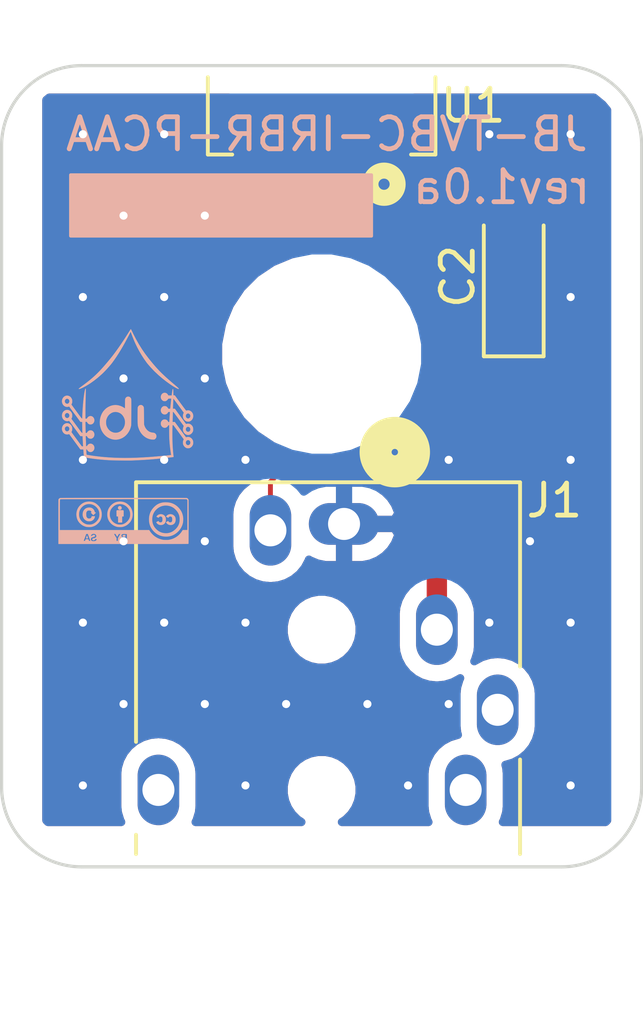
<source format=kicad_pcb>
(kicad_pcb (version 20171130) (host pcbnew "(5.1.5)-3")

  (general
    (thickness 1.6)
    (drawings 11)
    (tracks 57)
    (zones 0)
    (modules 7)
    (nets 7)
  )

  (page USLedger)
  (layers
    (0 F.Cu signal)
    (31 B.Cu signal)
    (32 B.Adhes user)
    (33 F.Adhes user)
    (34 B.Paste user)
    (35 F.Paste user)
    (36 B.SilkS user)
    (37 F.SilkS user)
    (38 B.Mask user)
    (39 F.Mask user)
    (40 Dwgs.User user)
    (41 Cmts.User user)
    (42 Eco1.User user)
    (43 Eco2.User user)
    (44 Edge.Cuts user)
    (45 Margin user)
    (46 B.CrtYd user)
    (47 F.CrtYd user)
    (48 B.Fab user hide)
    (49 F.Fab user hide)
  )

  (setup
    (last_trace_width 0.635)
    (user_trace_width 0.1524)
    (user_trace_width 0.254)
    (user_trace_width 0.381)
    (user_trace_width 0.508)
    (user_trace_width 0.635)
    (user_trace_width 1.27)
    (trace_clearance 0.1524)
    (zone_clearance 0.508)
    (zone_45_only no)
    (trace_min 0.1524)
    (via_size 0.508)
    (via_drill 0.254)
    (via_min_size 0.508)
    (via_min_drill 0.254)
    (user_via 0.508 0.254)
    (user_via 0.762 0.381)
    (user_via 1.27 0.635)
    (uvia_size 0.3)
    (uvia_drill 0.1)
    (uvias_allowed no)
    (uvia_min_size 0.2)
    (uvia_min_drill 0.1)
    (edge_width 0.05)
    (segment_width 0.2)
    (pcb_text_width 0.3)
    (pcb_text_size 1.5 1.5)
    (mod_edge_width 0.12)
    (mod_text_size 1 1)
    (mod_text_width 0.15)
    (pad_size 1.524 1.524)
    (pad_drill 0.762)
    (pad_to_mask_clearance 0.051)
    (solder_mask_min_width 0.25)
    (aux_axis_origin 140 180)
    (grid_origin 140 180)
    (visible_elements 7FFFFFFF)
    (pcbplotparams
      (layerselection 0x010fc_ffffffff)
      (usegerberextensions false)
      (usegerberattributes false)
      (usegerberadvancedattributes false)
      (creategerberjobfile false)
      (excludeedgelayer true)
      (linewidth 0.100000)
      (plotframeref false)
      (viasonmask false)
      (mode 1)
      (useauxorigin false)
      (hpglpennumber 1)
      (hpglpenspeed 20)
      (hpglpendiameter 15.000000)
      (psnegative false)
      (psa4output false)
      (plotreference true)
      (plotvalue true)
      (plotinvisibletext false)
      (padsonsilk false)
      (subtractmaskfromsilk false)
      (outputformat 1)
      (mirror false)
      (drillshape 1)
      (scaleselection 1)
      (outputdirectory ""))
  )

  (net 0 "")
  (net 1 +3V3)
  (net 2 GND)
  (net 3 "Net-(J1-PadR2)")
  (net 4 "Net-(J1-PadG1)")
  (net 5 /IN)
  (net 6 "Net-(J1-PadG2)")

  (net_class Default "This is the default net class."
    (clearance 0.1524)
    (trace_width 0.1524)
    (via_dia 0.508)
    (via_drill 0.254)
    (uvia_dia 0.3)
    (uvia_drill 0.1)
    (add_net "Net-(J1-PadG1)")
    (add_net "Net-(J1-PadG2)")
    (add_net "Net-(J1-PadR2)")
  )

  (net_class PWR ""
    (clearance 0.1524)
    (trace_width 0.381)
    (via_dia 0.508)
    (via_drill 0.254)
    (uvia_dia 0.3)
    (uvia_drill 0.1)
    (add_net +3V3)
    (add_net GND)
  )

  (net_class SIGNAL ""
    (clearance 0.1524)
    (trace_width 0.1524)
    (via_dia 0.508)
    (via_drill 0.254)
    (uvia_dia 0.3)
    (uvia_drill 0.1)
    (add_net /IN)
  )

  (module JB_Connector_Barrel_Audio:SJ-435107 locked (layer F.Cu) (tedit 5E6E7682) (tstamp 5E6FE2F5)
    (at 150 177.6 180)
    (descr "TRS 3.5mm, horizontal, through-hole, with switch, circular holes, https://www.cui.com/product/resource/sj1-353xng.pdf")
    (tags "TRS audio jack stereo horizontal circular")
    (path /5E76FAE8)
    (fp_text reference J1 (at -7.272 9.03 180) (layer F.SilkS)
      (effects (font (size 1 1) (thickness 0.15)))
    )
    (fp_text value SJ-435107 (at 0.381 10.922 180) (layer F.Fab)
      (effects (font (size 1 1) (thickness 0.15)))
    )
    (fp_line (start -3 -5.4) (end 3 -5.4) (layer F.Fab) (width 0.1))
    (fp_line (start 3 -2.4) (end 3 -5.4) (layer F.Fab) (width 0.1))
    (fp_line (start 5.45 -2.4) (end 5.45 9.6) (layer F.Fab) (width 0.1))
    (fp_line (start -5.85 9.6) (end 5.45 9.6) (layer F.Fab) (width 0.1))
    (fp_line (start -5.85 -2.4) (end -5.85 9.6) (layer F.Fab) (width 0.1))
    (fp_line (start -5.85 -2.4) (end 5.45 -2.4) (layer F.Fab) (width 0.1))
    (fp_line (start -3 -2.4) (end -3 -5.4) (layer F.Fab) (width 0.1))
    (fp_line (start -6.2 9.6) (end 5.8 9.6) (layer F.SilkS) (width 0.12))
    (fp_line (start -6.2 3.85) (end -6.2 9.6) (layer F.SilkS) (width 0.12))
    (fp_line (start -6.2 -2) (end -6.2 0.95) (layer F.SilkS) (width 0.12))
    (fp_line (start 5.8 -2) (end 5.8 -1.4) (layer F.SilkS) (width 0.12))
    (fp_line (start 5.8 1.5) (end 5.8 9.6) (layer F.SilkS) (width 0.12))
    (fp_line (start -5.969 -5.588) (end -5.969 9.779) (layer F.CrtYd) (width 0.05))
    (fp_line (start -5.969 9.779) (end 6.35 9.779) (layer F.CrtYd) (width 0.05))
    (fp_line (start 6.35 9.779) (end 6.35 -5.588) (layer F.CrtYd) (width 0.05))
    (fp_line (start 6.35 -5.588) (end -5.969 -5.588) (layer F.CrtYd) (width 0.05))
    (fp_text user %R (at 0.1 -6.477 180) (layer F.Fab)
      (effects (font (size 1 1) (thickness 0.15)))
    )
    (fp_circle (center -2.286 10.541) (end -2.186 10.541) (layer F.SilkS) (width 1))
    (pad S thru_hole oval (at -0.7 8.3 180) (size 2.2 1.3) (drill 1) (layers *.Cu *.Mask)
      (net 2 GND))
    (pad T thru_hole oval (at -3.6 5 270) (size 2.2 1.3) (drill 1) (layers *.Cu *.Mask)
      (net 1 +3V3))
    (pad R2 thru_hole oval (at -4.5 0 270) (size 2.2 1.3) (drill 1) (layers *.Cu *.Mask)
      (net 3 "Net-(J1-PadR2)"))
    (pad G1 thru_hole oval (at 5.1 0 270) (size 2.2 1.3) (drill 1) (layers *.Cu *.Mask)
      (net 4 "Net-(J1-PadG1)"))
    (pad R1 thru_hole oval (at 1.6 8.1 270) (size 2.2 1.3) (drill 1) (layers *.Cu *.Mask)
      (net 5 /IN))
    (pad "" np_thru_hole circle (at 0 0 180) (size 1.1 1.1) (drill 1.1) (layers *.Cu *.Mask))
    (pad "" np_thru_hole circle (at 0 5 180) (size 1.1 1.1) (drill 1.1) (layers *.Cu *.Mask))
    (pad G2 thru_hole oval (at -5.5 2.5 270) (size 2.2 1.3) (drill 1) (layers *.Cu *.Mask)
      (net 6 "Net-(J1-PadG2)"))
    (model ${JB_3D_MODELS}/JB_Connector_Barrel_Audio.3dshapes/SJ-435107.STEP
      (at (xyz 0 0 0))
      (scale (xyz 1 1 1))
      (rotate (xyz 0 0 180))
    )
  )

  (module JB_Mechanical:TH-UPLTD-D5.2 locked (layer F.Cu) (tedit 5E6E73DD) (tstamp 5E6FEE65)
    (at 150 164)
    (descr "THRU HOLE UNPLATED 5.2 DIA")
    (tags "through hole")
    (path /5E78BBE5)
    (attr virtual)
    (fp_text reference MH1 (at 0 -6.3) (layer F.SilkS) hide
      (effects (font (size 1 1) (thickness 0.15)))
    )
    (fp_text value TH-NPLTD-D5.2 (at 0 6.3) (layer F.Fab)
      (effects (font (size 1 1) (thickness 0.15)))
    )
    (fp_circle (center 0 0) (end 3 0) (layer F.CrtYd) (width 0.05))
    (fp_circle (center 0 0) (end 2.8 0) (layer Cmts.User) (width 0.15))
    (fp_text user %R (at 0.3 0) (layer F.Fab)
      (effects (font (size 1 1) (thickness 0.15)))
    )
    (pad "" np_thru_hole circle (at 0 0) (size 5.2 5.2) (drill 5.2) (layers *.Cu *.Mask)
      (clearance 0.4))
  )

  (module JB_IrReceiver:TSOP753xx_RA locked (layer F.Cu) (tedit 5E6E6FD4) (tstamp 5E6FE6D5)
    (at 150 156.25 180)
    (descr "TSOP753xx Right Angle")
    (tags "ir, ir receiver")
    (path /5E771919)
    (fp_text reference U1 (at -4.732 -0.001) (layer F.SilkS)
      (effects (font (size 1 1) (thickness 0.15)))
    )
    (fp_text value TSOP75338WTT (at 0 3.95) (layer F.Fab)
      (effects (font (size 1 1) (thickness 0.15)))
    )
    (fp_circle (center -1.95 -2.45) (end -1.775 -2.45) (layer F.SilkS) (width 0.5))
    (fp_line (start -3.556 -1.524) (end -2.794 -1.524) (layer F.SilkS) (width 0.12))
    (fp_line (start -3.556 0.889) (end -3.556 -1.524) (layer F.SilkS) (width 0.12))
    (fp_line (start 3.556 -1.524) (end 3.556 0.889) (layer F.SilkS) (width 0.12))
    (fp_line (start -2.95 -1.25) (end -3.45 -0.75) (layer F.Fab) (width 0.1))
    (fp_line (start -3.683 -2.032) (end 3.683 -2.032) (layer F.CrtYd) (width 0.05))
    (fp_line (start -3.683 -2.032) (end -3.683 1.651) (layer F.CrtYd) (width 0.05))
    (fp_line (start 3.683 1.651) (end 3.683 -2.032) (layer F.CrtYd) (width 0.05))
    (fp_line (start 3.683 1.651) (end -3.697 1.651) (layer F.CrtYd) (width 0.05))
    (fp_line (start 2.794 -1.524) (end 3.556 -1.524) (layer F.SilkS) (width 0.12))
    (fp_line (start 3.45 -1.25) (end 3.45 1.25) (layer F.Fab) (width 0.1))
    (fp_line (start -2.95 -1.25) (end 3.45 -1.25) (layer F.Fab) (width 0.1))
    (fp_line (start -3.45 1.25) (end -3.45 -0.75) (layer F.Fab) (width 0.1))
    (fp_line (start 3.45 1.25) (end -3.45 1.25) (layer F.Fab) (width 0.1))
    (fp_text user %R (at 0 2.45 180) (layer F.Fab)
      (effects (font (size 1 1) (thickness 0.15)))
    )
    (pad 4 smd roundrect (at 1.905 -0.889 180) (size 0.8 1.8) (layers F.Cu F.Paste F.Mask) (roundrect_rratio 0.062)
      (net 2 GND))
    (pad 3 smd roundrect (at 0.635 -0.889 180) (size 0.8 1.8) (layers F.Cu F.Paste F.Mask) (roundrect_rratio 0.062)
      (net 5 /IN))
    (pad 2 smd roundrect (at -0.635 -0.889 180) (size 0.8 1.8) (layers F.Cu F.Paste F.Mask) (roundrect_rratio 0.14)
      (net 1 +3V3))
    (pad 1 smd roundrect (at -1.905 -0.889 180) (size 0.8 1.8) (layers F.Cu F.Paste F.Mask) (roundrect_rratio 0.139)
      (net 2 GND))
    (model ${JB_3D_MODELS}/JB_IrReceiver.3dshapes/TSOP753xx-RA.STEP
      (at (xyz 0 0 0))
      (scale (xyz 1 1 1))
      (rotate (xyz 0 0 0))
    )
  )

  (module JB_Bitmaps:CC-BY-SA_4MM (layer B.Cu) (tedit 5E6D7FC1) (tstamp 5E6FE2D7)
    (at 143.81 169.205 180)
    (path /5E76E758)
    (attr virtual)
    (fp_text reference G2 (at 0 0) (layer B.SilkS) hide
      (effects (font (size 1.524 1.524) (thickness 0.3)) (justify mirror))
    )
    (fp_text value CC-BY-SA_Logo (at 0.75 0) (layer B.SilkS) hide
      (effects (font (size 1.524 1.524) (thickness 0.3)) (justify mirror))
    )
    (fp_poly (pts (xy 1.0856 0.412262) (xy 1.108397 0.410197) (xy 1.128434 0.406471) (xy 1.128677 0.40641)
      (xy 1.160757 0.395029) (xy 1.189791 0.378301) (xy 1.215294 0.356692) (xy 1.23678 0.330665)
      (xy 1.253763 0.300685) (xy 1.262422 0.278494) (xy 1.26822 0.254855) (xy 1.271829 0.227563)
      (xy 1.273141 0.198968) (xy 1.272044 0.171417) (xy 1.268538 0.147745) (xy 1.257988 0.114233)
      (xy 1.24215 0.083469) (xy 1.221586 0.05604) (xy 1.196861 0.032536) (xy 1.168538 0.013543)
      (xy 1.137179 -0.000349) (xy 1.122489 -0.004714) (xy 1.106617 -0.007446) (xy 1.086989 -0.008913)
      (xy 1.065874 -0.009122) (xy 1.045544 -0.008075) (xy 1.028269 -0.005778) (xy 1.02276 -0.00452)
      (xy 0.991725 0.006925) (xy 0.964188 0.023386) (xy 0.940622 0.044379) (xy 0.921501 0.069419)
      (xy 0.907296 0.098022) (xy 0.900326 0.12078) (xy 0.898028 0.131982) (xy 0.897644 0.138398)
      (xy 0.899139 0.141288) (xy 0.899708 0.141572) (xy 0.904166 0.142055) (xy 0.913691 0.142341)
      (xy 0.927002 0.142415) (xy 0.942819 0.142262) (xy 0.947532 0.142176) (xy 0.991471 0.141288)
      (xy 0.99589 0.124004) (xy 1.003231 0.104198) (xy 1.0142 0.089172) (xy 1.029367 0.078423)
      (xy 1.049304 0.071451) (xy 1.05762 0.069792) (xy 1.08299 0.068164) (xy 1.105612 0.072241)
      (xy 1.125378 0.081956) (xy 1.142178 0.097238) (xy 1.155903 0.118018) (xy 1.164328 0.13778)
      (xy 1.166702 0.148293) (xy 1.168488 0.163518) (xy 1.169663 0.181843) (xy 1.170203 0.201654)
      (xy 1.170087 0.221339) (xy 1.16929 0.239284) (xy 1.167789 0.253877) (xy 1.166103 0.261938)
      (xy 1.157921 0.281653) (xy 1.14646 0.299514) (xy 1.132986 0.313729) (xy 1.125786 0.318974)
      (xy 1.118181 0.323404) (xy 1.111543 0.326219) (xy 1.104076 0.327784) (xy 1.093984 0.32846)
      (xy 1.079474 0.328613) (xy 1.078161 0.328613) (xy 1.062303 0.328383) (xy 1.051055 0.327518)
      (xy 1.042689 0.325753) (xy 1.035476 0.322824) (xy 1.033462 0.321778) (xy 1.018599 0.311777)
      (xy 1.00765 0.29918) (xy 1.000391 0.28575) (xy 0.995414 0.2737) (xy 0.993919 0.266136)
      (xy 0.996174 0.262066) (xy 1.002446 0.260502) (xy 1.007252 0.26035) (xy 1.02073 0.26035)
      (xy 0.981869 0.22149) (xy 0.943008 0.182629) (xy 0.866602 0.258763) (xy 0.883141 0.26035)
      (xy 0.89968 0.261938) (xy 0.905358 0.285107) (xy 0.916091 0.316835) (xy 0.931635 0.344726)
      (xy 0.951659 0.368435) (xy 0.975835 0.387615) (xy 1.003832 0.40192) (xy 1.022765 0.408138)
      (xy 1.040572 0.411269) (xy 1.062254 0.412632) (xy 1.0856 0.412262)) (layer B.SilkS) (width 0.01))
    (fp_poly (pts (xy 0.127698 0.458908) (xy 0.143843 0.452405) (xy 0.156721 0.441396) (xy 0.166582 0.426588)
      (xy 0.170899 0.411136) (xy 0.170312 0.395837) (xy 0.165462 0.381493) (xy 0.156989 0.3689)
      (xy 0.145533 0.35886) (xy 0.131733 0.35217) (xy 0.11623 0.34963) (xy 0.099664 0.352039)
      (xy 0.088773 0.356562) (xy 0.07498 0.36694) (xy 0.065947 0.380161) (xy 0.061456 0.395125)
      (xy 0.061289 0.410731) (xy 0.065227 0.425881) (xy 0.073053 0.439474) (xy 0.084547 0.450411)
      (xy 0.099493 0.457592) (xy 0.109206 0.459554) (xy 0.127698 0.458908)) (layer B.SilkS) (width 0.01))
    (fp_poly (pts (xy 0.208106 0.322407) (xy 0.2159 0.314614) (xy 0.2159 0.238667) (xy 0.215819 0.216768)
      (xy 0.215594 0.196504) (xy 0.215246 0.1789) (xy 0.214801 0.164981) (xy 0.21428 0.15577)
      (xy 0.213941 0.152929) (xy 0.212676 0.147843) (xy 0.210427 0.144851) (xy 0.205701 0.143304)
      (xy 0.197009 0.142551) (xy 0.189335 0.142213) (xy 0.166687 0.141288) (xy 0.165846 0.046832)
      (xy 0.165005 -0.047625) (xy 0.047719 -0.047625) (xy 0.046878 0.046832) (xy 0.046037 0.141288)
      (xy 0.023018 0.142221) (xy 0 0.143154) (xy 0 0.314614) (xy 0.015586 0.3302)
      (xy 0.10795 0.3302) (xy 0.200313 0.330201) (xy 0.208106 0.322407)) (layer B.SilkS) (width 0.01))
    (fp_poly (pts (xy -1.146986 0.205073) (xy -1.116324 0.198788) (xy -1.093475 0.19002) (xy -1.08192 0.183139)
      (xy -1.068706 0.173083) (xy -1.05564 0.161455) (xy -1.04453 0.149859) (xy -1.037385 0.14025)
      (xy -1.031781 0.130624) (xy -1.062597 0.116027) (xy -1.093413 0.101429) (xy -1.10063 0.110246)
      (xy -1.105453 0.116674) (xy -1.107894 0.120971) (xy -1.107961 0.12131) (xy -1.110741 0.124508)
      (xy -1.117632 0.128994) (xy -1.126804 0.133819) (xy -1.136427 0.138031) (xy -1.144671 0.140678)
      (xy -1.145601 0.140868) (xy -1.160052 0.141163) (xy -1.176087 0.137913) (xy -1.190624 0.131873)
      (xy -1.195686 0.128576) (xy -1.203053 0.121101) (xy -1.210352 0.110827) (xy -1.213173 0.105733)
      (xy -1.216209 0.099041) (xy -1.218305 0.092488) (xy -1.219634 0.08471) (xy -1.220369 0.07434)
      (xy -1.220682 0.060012) (xy -1.220744 0.045823) (xy -1.220706 0.028007) (xy -1.220412 0.01513)
      (xy -1.219647 0.005779) (xy -1.2182 -0.001455) (xy -1.215858 -0.007986) (xy -1.212409 -0.015224)
      (xy -1.211191 -0.017616) (xy -1.201585 -0.032862) (xy -1.190381 -0.04295) (xy -1.176271 -0.048642)
      (xy -1.15795 -0.050703) (xy -1.154545 -0.050747) (xy -1.137734 -0.049757) (xy -1.124461 -0.046123)
      (xy -1.113414 -0.038987) (xy -1.103277 -0.027492) (xy -1.092737 -0.010779) (xy -1.092389 -0.010167)
      (xy -1.089779 -0.009149) (xy -1.084035 -0.010771) (xy -1.074465 -0.015317) (xy -1.060377 -0.023073)
      (xy -1.058582 -0.0241) (xy -1.046005 -0.031342) (xy -1.035604 -0.037382) (xy -1.028525 -0.04155)
      (xy -1.025939 -0.043152) (xy -1.026815 -0.046225) (xy -1.031019 -0.052714) (xy -1.037563 -0.061375)
      (xy -1.045462 -0.070965) (xy -1.053729 -0.080238) (xy -1.061379 -0.087952) (xy -1.06167 -0.088221)
      (xy -1.084802 -0.105315) (xy -1.111358 -0.117457) (xy -1.140531 -0.124435) (xy -1.171519 -0.126036)
      (xy -1.195388 -0.123593) (xy -1.22548 -0.115649) (xy -1.251841 -0.10273) (xy -1.27425 -0.085152)
      (xy -1.292485 -0.063231) (xy -1.306326 -0.037283) (xy -1.31555 -0.007625) (xy -1.319938 0.025428)
      (xy -1.319803 0.054345) (xy -1.315408 0.088057) (xy -1.306503 0.117402) (xy -1.292932 0.142635)
      (xy -1.274537 0.164012) (xy -1.251161 0.181789) (xy -1.236663 0.189856) (xy -1.20821 0.200606)
      (xy -1.177966 0.205679) (xy -1.146986 0.205073)) (layer B.SilkS) (width 0.01))
    (fp_poly (pts (xy -1.42509 0.201052) (xy -1.398574 0.192091) (xy -1.374618 0.178789) (xy -1.354168 0.16135)
      (xy -1.34284 0.147368) (xy -1.336731 0.136822) (xy -1.335422 0.130011) (xy -1.338934 0.127101)
      (xy -1.340364 0.127) (xy -1.344528 0.125724) (xy -1.352963 0.122297) (xy -1.364222 0.117326)
      (xy -1.370949 0.11422) (xy -1.398222 0.10144) (xy -1.405434 0.110252) (xy -1.410256 0.116678)
      (xy -1.412694 0.120972) (xy -1.412761 0.12131) (xy -1.415541 0.124508) (xy -1.422432 0.128994)
      (xy -1.431604 0.133819) (xy -1.441227 0.138031) (xy -1.449471 0.140678) (xy -1.450401 0.140868)
      (xy -1.464852 0.141163) (xy -1.480887 0.137913) (xy -1.495424 0.131873) (xy -1.500486 0.128576)
      (xy -1.507853 0.121101) (xy -1.515152 0.110827) (xy -1.517973 0.105733) (xy -1.521009 0.099041)
      (xy -1.523105 0.092488) (xy -1.524434 0.08471) (xy -1.525169 0.07434) (xy -1.525482 0.060012)
      (xy -1.525544 0.045823) (xy -1.525506 0.028007) (xy -1.525212 0.01513) (xy -1.524447 0.005779)
      (xy -1.523 -0.001455) (xy -1.520658 -0.007986) (xy -1.517209 -0.015224) (xy -1.515991 -0.017616)
      (xy -1.506385 -0.032862) (xy -1.495181 -0.04295) (xy -1.481071 -0.048642) (xy -1.46275 -0.050703)
      (xy -1.459345 -0.050747) (xy -1.442534 -0.049757) (xy -1.429261 -0.046123) (xy -1.418214 -0.038987)
      (xy -1.408077 -0.027492) (xy -1.397537 -0.010779) (xy -1.397189 -0.010167) (xy -1.394579 -0.009149)
      (xy -1.388835 -0.010771) (xy -1.379265 -0.015317) (xy -1.365177 -0.023073) (xy -1.363382 -0.0241)
      (xy -1.350805 -0.031342) (xy -1.340404 -0.037382) (xy -1.333325 -0.04155) (xy -1.330739 -0.043152)
      (xy -1.331615 -0.046225) (xy -1.335819 -0.052714) (xy -1.342363 -0.061375) (xy -1.350262 -0.070965)
      (xy -1.358529 -0.080238) (xy -1.366179 -0.087952) (xy -1.36647 -0.088221) (xy -1.389602 -0.105315)
      (xy -1.416158 -0.117457) (xy -1.445331 -0.124435) (xy -1.476319 -0.126036) (xy -1.500188 -0.123593)
      (xy -1.530536 -0.115607) (xy -1.557083 -0.102594) (xy -1.579604 -0.084776) (xy -1.597872 -0.062374)
      (xy -1.611662 -0.035612) (xy -1.620584 -0.005502) (xy -1.624751 0.026233) (xy -1.624476 0.058065)
      (xy -1.619908 0.088442) (xy -1.611198 0.115813) (xy -1.608213 0.12237) (xy -1.597884 0.138651)
      (xy -1.583166 0.155428) (xy -1.565681 0.171155) (xy -1.547054 0.184286) (xy -1.537797 0.189406)
      (xy -1.510518 0.19985) (xy -1.482009 0.205136) (xy -1.453217 0.205469) (xy -1.42509 0.201052)) (layer B.SilkS) (width 0.01))
    (fp_poly (pts (xy 1.110984 0.597608) (xy 1.158133 0.591306) (xy 1.182756 0.58585) (xy 1.2248 0.571953)
      (xy 1.265546 0.552027) (xy 1.304618 0.526325) (xy 1.341641 0.495102) (xy 1.376237 0.458612)
      (xy 1.382519 0.451086) (xy 1.410427 0.412048) (xy 1.433049 0.369918) (xy 1.450291 0.325258)
      (xy 1.462062 0.278629) (xy 1.468268 0.230592) (xy 1.468817 0.18171) (xy 1.463617 0.132542)
      (xy 1.452575 0.083652) (xy 1.446374 0.063926) (xy 1.428687 0.021707) (xy 1.405504 -0.017988)
      (xy 1.377325 -0.054723) (xy 1.34465 -0.088063) (xy 1.307979 -0.117572) (xy 1.267814 -0.142814)
      (xy 1.224653 -0.163355) (xy 1.178998 -0.178757) (xy 1.163079 -0.182727) (xy 1.148126 -0.185207)
      (xy 1.128508 -0.187131) (xy 1.105845 -0.188467) (xy 1.081758 -0.189183) (xy 1.057868 -0.189249)
      (xy 1.035797 -0.188632) (xy 1.017166 -0.187302) (xy 1.006226 -0.185779) (xy 0.963581 -0.175117)
      (xy 0.92177 -0.159729) (xy 0.882432 -0.14032) (xy 0.847201 -0.117595) (xy 0.846137 -0.116803)
      (xy 0.829524 -0.103372) (xy 0.811199 -0.086862) (xy 0.792597 -0.068714) (xy 0.775152 -0.050365)
      (xy 0.760298 -0.033257) (xy 0.751656 -0.022012) (xy 0.727313 0.017693) (xy 0.708278 0.060224)
      (xy 0.694557 0.104911) (xy 0.686153 0.151088) (xy 0.683111 0.197507) (xy 0.749846 0.197507)
      (xy 0.750145 0.186642) (xy 0.754312 0.144257) (xy 0.763484 0.10496) (xy 0.777948 0.06812)
      (xy 0.797989 0.033109) (xy 0.823892 -0.000705) (xy 0.845748 -0.02408) (xy 0.879431 -0.054284)
      (xy 0.914079 -0.078558) (xy 0.950435 -0.097318) (xy 0.989241 -0.110981) (xy 1.00965 -0.116)
      (xy 1.026047 -0.118338) (xy 1.046891 -0.119577) (xy 1.070385 -0.119772) (xy 1.094731 -0.118978)
      (xy 1.118132 -0.117249) (xy 1.138791 -0.114641) (xy 1.153426 -0.11162) (xy 1.195137 -0.097144)
      (xy 1.234724 -0.07678) (xy 1.271802 -0.050747) (xy 1.293468 -0.031755) (xy 1.318957 -0.005486)
      (xy 1.339615 0.020583) (xy 1.356682 0.048106) (xy 1.363767 0.061913) (xy 1.375482 0.088923)
      (xy 1.383857 0.115307) (xy 1.389351 0.143042) (xy 1.392424 0.174107) (xy 1.393077 0.187885)
      (xy 1.392591 0.233521) (xy 1.387541 0.275217) (xy 1.377655 0.313714) (xy 1.362661 0.349754)
      (xy 1.342286 0.384079) (xy 1.316256 0.417429) (xy 1.30352 0.431379) (xy 1.270123 0.462198)
      (xy 1.233972 0.487307) (xy 1.194955 0.506772) (xy 1.152957 0.520657) (xy 1.144587 0.52268)
      (xy 1.12162 0.526402) (xy 1.094775 0.528325) (xy 1.066255 0.528471) (xy 1.038266 0.526862)
      (xy 1.013012 0.52352) (xy 1.002325 0.521261) (xy 0.958832 0.507451) (xy 0.918404 0.488126)
      (xy 0.880842 0.463174) (xy 0.846714 0.433247) (xy 0.815875 0.398935) (xy 0.791121 0.363162)
      (xy 0.772297 0.325531) (xy 0.759247 0.285643) (xy 0.751815 0.243101) (xy 0.749846 0.197507)
      (xy 0.683111 0.197507) (xy 0.683073 0.198085) (xy 0.685321 0.245236) (xy 0.692903 0.291872)
      (xy 0.705823 0.337325) (xy 0.724086 0.380928) (xy 0.747697 0.422012) (xy 0.748304 0.422924)
      (xy 0.768263 0.449401) (xy 0.792722 0.476415) (xy 0.820141 0.502545) (xy 0.84898 0.526371)
      (xy 0.8777 0.546472) (xy 0.890607 0.554167) (xy 0.929621 0.572521) (xy 0.97207 0.586141)
      (xy 1.017049 0.594927) (xy 1.063655 0.598782) (xy 1.110984 0.597608)) (layer B.SilkS) (width 0.01))
    (fp_poly (pts (xy 0.145784 0.597608) (xy 0.192933 0.591306) (xy 0.217556 0.58585) (xy 0.2596 0.571953)
      (xy 0.300346 0.552027) (xy 0.339418 0.526325) (xy 0.376441 0.495102) (xy 0.411037 0.458612)
      (xy 0.417319 0.451086) (xy 0.445227 0.412048) (xy 0.467849 0.369918) (xy 0.485091 0.325258)
      (xy 0.496862 0.278629) (xy 0.503068 0.230592) (xy 0.503617 0.18171) (xy 0.498417 0.132542)
      (xy 0.487375 0.083652) (xy 0.481174 0.063926) (xy 0.463487 0.021707) (xy 0.440304 -0.017988)
      (xy 0.412125 -0.054723) (xy 0.37945 -0.088063) (xy 0.342779 -0.117572) (xy 0.302614 -0.142814)
      (xy 0.259453 -0.163355) (xy 0.213798 -0.178757) (xy 0.197879 -0.182727) (xy 0.182926 -0.185207)
      (xy 0.163308 -0.187131) (xy 0.140645 -0.188467) (xy 0.116558 -0.189183) (xy 0.092668 -0.189249)
      (xy 0.070597 -0.188632) (xy 0.051966 -0.187302) (xy 0.041026 -0.185779) (xy -0.001619 -0.175117)
      (xy -0.04343 -0.159729) (xy -0.082768 -0.14032) (xy -0.117999 -0.117595) (xy -0.119063 -0.116803)
      (xy -0.135676 -0.103372) (xy -0.154001 -0.086862) (xy -0.172603 -0.068714) (xy -0.190048 -0.050365)
      (xy -0.204902 -0.033257) (xy -0.213544 -0.022012) (xy -0.237887 0.017693) (xy -0.256922 0.060224)
      (xy -0.270643 0.104911) (xy -0.279047 0.151088) (xy -0.282127 0.198085) (xy -0.281732 0.206385)
      (xy -0.211088 0.206385) (xy -0.210802 0.181716) (xy -0.209385 0.158713) (xy -0.206833 0.139268)
      (xy -0.205418 0.132597) (xy -0.191556 0.089558) (xy -0.171887 0.049011) (xy -0.146523 0.011154)
      (xy -0.116359 -0.023037) (xy -0.081595 -0.053924) (xy -0.044845 -0.079242) (xy -0.006495 -0.098783)
      (xy 0.03307 -0.112335) (xy 0.056612 -0.117401) (xy 0.070073 -0.118903) (xy 0.087862 -0.119821)
      (xy 0.107985 -0.120158) (xy 0.128447 -0.119915) (xy 0.147254 -0.119094) (xy 0.16241 -0.117697)
      (xy 0.1651 -0.117305) (xy 0.202203 -0.108542) (xy 0.239654 -0.094346) (xy 0.276047 -0.075386)
      (xy 0.309976 -0.052333) (xy 0.322048 -0.042538) (xy 0.354227 -0.011044) (xy 0.381211 0.023902)
      (xy 0.402832 0.061876) (xy 0.418923 0.10245) (xy 0.429317 0.145201) (xy 0.433847 0.189703)
      (xy 0.432346 0.235529) (xy 0.432129 0.237656) (xy 0.426193 0.277845) (xy 0.416958 0.313573)
      (xy 0.403827 0.346127) (xy 0.386202 0.376795) (xy 0.363486 0.406861) (xy 0.34304 0.429489)
      (xy 0.312775 0.458379) (xy 0.282586 0.481574) (xy 0.25138 0.499618) (xy 0.218069 0.513057)
      (xy 0.181561 0.522438) (xy 0.146843 0.527668) (xy 0.102314 0.52951) (xy 0.058783 0.525154)
      (xy 0.016602 0.514719) (xy -0.023877 0.498322) (xy -0.062302 0.476084) (xy -0.098321 0.448123)
      (xy -0.103984 0.442991) (xy -0.136551 0.408969) (xy -0.163305 0.372514) (xy -0.184396 0.333369)
      (xy -0.199975 0.291278) (xy -0.205192 0.271463) (xy -0.20828 0.25315) (xy -0.210246 0.230827)
      (xy -0.211088 0.206385) (xy -0.281732 0.206385) (xy -0.279879 0.245236) (xy -0.272297 0.291872)
      (xy -0.259377 0.337325) (xy -0.241114 0.380928) (xy -0.217503 0.422012) (xy -0.216896 0.422924)
      (xy -0.196937 0.449401) (xy -0.172478 0.476415) (xy -0.145059 0.502545) (xy -0.11622 0.526371)
      (xy -0.0875 0.546472) (xy -0.074593 0.554167) (xy -0.035579 0.572521) (xy 0.00687 0.586141)
      (xy 0.051849 0.594927) (xy 0.098455 0.598782) (xy 0.145784 0.597608)) (layer B.SilkS) (width 0.01))
    (fp_poly (pts (xy -1.246934 0.572372) (xy -1.196416 0.564181) (xy -1.148727 0.551162) (xy -1.103326 0.533219)
      (xy -1.087257 0.525444) (xy -1.057139 0.508839) (xy -1.029148 0.490475) (xy -1.001717 0.469203)
      (xy -0.97328 0.443872) (xy -0.964013 0.435015) (xy -0.923539 0.392125) (xy -0.889087 0.347637)
      (xy -0.860437 0.301134) (xy -0.837371 0.252201) (xy -0.819672 0.200419) (xy -0.807121 0.145373)
      (xy -0.804735 0.130874) (xy -0.802338 0.109525) (xy -0.800793 0.083752) (xy -0.800103 0.055426)
      (xy -0.800269 0.026416) (xy -0.801292 -0.00141) (xy -0.803173 -0.026181) (xy -0.804613 -0.0381)
      (xy -0.815735 -0.09437) (xy -0.832612 -0.147959) (xy -0.855229 -0.198837) (xy -0.883571 -0.246974)
      (xy -0.917624 -0.292341) (xy -0.949325 -0.32698) (xy -0.992704 -0.366883) (xy -1.037515 -0.400732)
      (xy -1.084171 -0.428741) (xy -1.133087 -0.451124) (xy -1.184674 -0.468095) (xy -1.239348 -0.479869)
      (xy -1.247077 -0.481085) (xy -1.266606 -0.483227) (xy -1.290632 -0.484629) (xy -1.317347 -0.485294)
      (xy -1.344942 -0.485226) (xy -1.371609 -0.484429) (xy -1.395538 -0.482906) (xy -1.414463 -0.480734)
      (xy -1.46923 -0.469078) (xy -1.522039 -0.451414) (xy -1.572755 -0.427816) (xy -1.62124 -0.39836)
      (xy -1.667358 -0.363119) (xy -1.710973 -0.32217) (xy -1.718974 -0.313742) (xy -1.757083 -0.268514)
      (xy -1.789333 -0.220855) (xy -1.81575 -0.170712) (xy -1.836362 -0.118033) (xy -1.851083 -0.063304)
      (xy -1.854667 -0.041763) (xy -1.857438 -0.01571) (xy -1.859329 0.013059) (xy -1.860275 0.042749)
      (xy -1.860232 0.061913) (xy -1.757981 0.061913) (xy -1.757324 0.008854) (xy -1.7514 -0.040829)
      (xy -1.740063 -0.087515) (xy -1.723168 -0.131583) (xy -1.700568 -0.173413) (xy -1.672117 -0.213382)
      (xy -1.63767 -0.251871) (xy -1.636823 -0.252725) (xy -1.596829 -0.289602) (xy -1.556114 -0.320361)
      (xy -1.514234 -0.345229) (xy -1.470746 -0.364433) (xy -1.425206 -0.378198) (xy -1.377171 -0.38675)
      (xy -1.373309 -0.387205) (xy -1.35112 -0.388711) (xy -1.324977 -0.38888) (xy -1.297111 -0.387813)
      (xy -1.269751 -0.385608) (xy -1.245129 -0.382368) (xy -1.238126 -0.381116) (xy -1.190918 -0.369235)
      (xy -1.146595 -0.352292) (xy -1.10465 -0.330003) (xy -1.064576 -0.302081) (xy -1.025864 -0.268241)
      (xy -1.010923 -0.253271) (xy -0.97668 -0.213782) (xy -0.948433 -0.172522) (xy -0.926057 -0.129184)
      (xy -0.909431 -0.083458) (xy -0.898432 -0.035038) (xy -0.892936 0.016385) (xy -0.892213 0.04445)
      (xy -0.895107 0.099017) (xy -0.903764 0.151004) (xy -0.918147 0.200322) (xy -0.938218 0.246885)
      (xy -0.963941 0.290605) (xy -0.995278 0.331395) (xy -1.029134 0.36635) (xy -1.070321 0.400608)
      (xy -1.113721 0.428926) (xy -1.15929 0.451285) (xy -1.20698 0.467668) (xy -1.256749 0.478057)
      (xy -1.30855 0.482433) (xy -1.320393 0.482588) (xy -1.37324 0.479758) (xy -1.424005 0.471317)
      (xy -1.47229 0.45739) (xy -1.517693 0.438101) (xy -1.559814 0.413577) (xy -1.574529 0.40317)
      (xy -1.591046 0.389775) (xy -1.609822 0.372755) (xy -1.62937 0.353614) (xy -1.648203 0.333854)
      (xy -1.664834 0.314979) (xy -1.676835 0.299789) (xy -1.703354 0.259728) (xy -1.724218 0.219551)
      (xy -1.739791 0.178195) (xy -1.750435 0.134596) (xy -1.756514 0.087689) (xy -1.757981 0.061913)
      (xy -1.860232 0.061913) (xy -1.860209 0.071566) (xy -1.859064 0.097715) (xy -1.857609 0.113273)
      (xy -1.850193 0.157686) (xy -1.838952 0.202076) (xy -1.824448 0.244634) (xy -1.807243 0.283553)
      (xy -1.801076 0.295275) (xy -1.777267 0.334137) (xy -1.749162 0.372553) (xy -1.718173 0.408798)
      (xy -1.685712 0.441142) (xy -1.672431 0.452768) (xy -1.628871 0.486199) (xy -1.584439 0.513891)
      (xy -1.538426 0.53612) (xy -1.490124 0.553163) (xy -1.438822 0.565293) (xy -1.383811 0.572788)
      (xy -1.358612 0.574667) (xy -1.300819 0.575835) (xy -1.246934 0.572372)) (layer B.SilkS) (width 0.01))
    (fp_poly (pts (xy 1.153081 -0.495323) (xy 1.157991 -0.510013) (xy 1.162273 -0.522862) (xy 1.165458 -0.532466)
      (xy 1.167063 -0.537368) (xy 1.167319 -0.540061) (xy 1.165242 -0.541715) (xy 1.159701 -0.542577)
      (xy 1.149564 -0.542893) (xy 1.141626 -0.542925) (xy 1.129377 -0.542668) (xy 1.119991 -0.541984)
      (xy 1.11492 -0.540999) (xy 1.114425 -0.540548) (xy 1.115378 -0.536804) (xy 1.117986 -0.528243)
      (xy 1.121871 -0.516065) (xy 1.126658 -0.501469) (xy 1.127644 -0.498503) (xy 1.140864 -0.458835)
      (xy 1.153081 -0.495323)) (layer B.SilkS) (width 0.01))
    (fp_poly (pts (xy -0.007369 -0.441408) (xy 0.002401 -0.441882) (xy 0.008834 -0.443088) (xy 0.013438 -0.445363)
      (xy 0.017719 -0.449047) (xy 0.019294 -0.450605) (xy 0.026253 -0.459009) (xy 0.028241 -0.466585)
      (xy 0.025758 -0.475723) (xy 0.024962 -0.47753) (xy 0.020197 -0.483891) (xy 0.012109 -0.488264)
      (xy -0.000164 -0.490896) (xy -0.017483 -0.492033) (xy -0.025874 -0.492125) (xy -0.053975 -0.492125)
      (xy -0.053975 -0.441325) (xy -0.021981 -0.441325) (xy -0.007369 -0.441408)) (layer B.SilkS) (width 0.01))
    (fp_poly (pts (xy -0.019224 -0.527537) (xy -0.002971 -0.52828) (xy 0.008336 -0.529361) (xy 0.016098 -0.531029)
      (xy 0.02172 -0.533532) (xy 0.024262 -0.535247) (xy 0.033075 -0.545304) (xy 0.036077 -0.557525)
      (xy 0.03334 -0.570395) (xy 0.029573 -0.577176) (xy 0.024173 -0.581926) (xy 0.016074 -0.584979)
      (xy 0.00421 -0.586667) (xy -0.012484 -0.587325) (xy -0.020845 -0.587375) (xy -0.053975 -0.587375)
      (xy -0.053975 -0.526347) (xy -0.019224 -0.527537)) (layer B.SilkS) (width 0.01))
    (fp_poly (pts (xy 0.386385 0.714309) (xy 0.503025 0.714303) (xy 0.613894 0.714294) (xy 0.719139 0.714282)
      (xy 0.818903 0.714264) (xy 0.913332 0.714242) (xy 1.002571 0.714215) (xy 1.086764 0.714182)
      (xy 1.166057 0.714144) (xy 1.240595 0.714099) (xy 1.310521 0.714048) (xy 1.375983 0.71399)
      (xy 1.437123 0.713925) (xy 1.494088 0.713852) (xy 1.547022 0.713772) (xy 1.596071 0.713683)
      (xy 1.641378 0.713586) (xy 1.68309 0.713479) (xy 1.721351 0.713363) (xy 1.756306 0.713238)
      (xy 1.7881 0.713102) (xy 1.816878 0.712956) (xy 1.842785 0.7128) (xy 1.865966 0.712632)
      (xy 1.886566 0.712453) (xy 1.904729 0.712262) (xy 1.920602 0.712059) (xy 1.934328 0.711843)
      (xy 1.946052 0.711615) (xy 1.95592 0.711373) (xy 1.964077 0.711118) (xy 1.970668 0.710849)
      (xy 1.975837 0.710566) (xy 1.979729 0.710268) (xy 1.98249 0.709955) (xy 1.984264 0.709626)
      (xy 1.984769 0.709477) (xy 1.998057 0.702562) (xy 2.011539 0.691947) (xy 2.022801 0.679721)
      (xy 2.027499 0.672464) (xy 2.028015 0.670786) (xy 2.028492 0.667637) (xy 2.02893 0.662779)
      (xy 2.029332 0.655974) (xy 2.029698 0.646984) (xy 2.03003 0.63557) (xy 2.03033 0.621494)
      (xy 2.030599 0.604518) (xy 2.030839 0.584403) (xy 2.031051 0.560911) (xy 2.031237 0.533804)
      (xy 2.031399 0.502843) (xy 2.031537 0.467789) (xy 2.031654 0.428405) (xy 2.031751 0.384453)
      (xy 2.03183 0.335693) (xy 2.031891 0.281887) (xy 2.031937 0.222798) (xy 2.03197 0.158186)
      (xy 2.031989 0.087814) (xy 2.031999 0.011443) (xy 2.032 -0.026829) (xy 2.032 -0.71755)
      (xy 0.004874 -0.71755) (xy -0.130937 -0.717549) (xy -0.260543 -0.717549) (xy -0.38409 -0.717547)
      (xy -0.501723 -0.717543) (xy -0.613587 -0.717538) (xy -0.719828 -0.71753) (xy -0.82059 -0.71752)
      (xy -0.91602 -0.717506) (xy -1.006262 -0.717488) (xy -1.091462 -0.717466) (xy -1.171765 -0.71744)
      (xy -1.247317 -0.717408) (xy -1.318262 -0.717371) (xy -1.384747 -0.717328) (xy -1.446916 -0.717279)
      (xy -1.504914 -0.717223) (xy -1.558888 -0.717159) (xy -1.608982 -0.717088) (xy -1.655341 -0.717009)
      (xy -1.698112 -0.716921) (xy -1.737439 -0.716823) (xy -1.773468 -0.716717) (xy -1.806343 -0.7166)
      (xy -1.836211 -0.716473) (xy -1.863216 -0.716335) (xy -1.887504 -0.716186) (xy -1.90922 -0.716025)
      (xy -1.92851 -0.715852) (xy -1.945518 -0.715667) (xy -1.960391 -0.715468) (xy -1.973273 -0.715256)
      (xy -1.98431 -0.715029) (xy -1.993647 -0.714789) (xy -2.001429 -0.714533) (xy -2.007802 -0.714263)
      (xy -2.012911 -0.713976) (xy -2.016901 -0.713674) (xy -2.019918 -0.713354) (xy -2.022107 -0.713018)
      (xy -2.023613 -0.712664) (xy -2.024582 -0.712292) (xy -2.025159 -0.711902) (xy -2.025488 -0.711493)
      (xy -2.025575 -0.711341) (xy -2.025997 -0.707915) (xy -2.026383 -0.699234) (xy -2.026731 -0.685224)
      (xy -2.027043 -0.665809) (xy -2.027318 -0.640915) (xy -2.027364 -0.635) (xy -0.111206 -0.635)
      (xy -0.049372 -0.635) (xy -0.027306 -0.63493) (xy -0.010491 -0.63466) (xy 0.002171 -0.634102)
      (xy 0.011777 -0.633164) (xy 0.019425 -0.631759) (xy 0.026213 -0.629796) (xy 0.029709 -0.628546)
      (xy 0.05029 -0.619255) (xy 0.064965 -0.608685) (xy 0.074143 -0.596222) (xy 0.078235 -0.581252)
      (xy 0.077648 -0.56316) (xy 0.076789 -0.557918) (xy 0.072356 -0.541057) (xy 0.065686 -0.528792)
      (xy 0.055727 -0.519479) (xy 0.04981 -0.515767) (xy 0.038305 -0.509247) (xy 0.047452 -0.503844)
      (xy 0.056081 -0.495824) (xy 0.063462 -0.483796) (xy 0.068418 -0.470098) (xy 0.06985 -0.459246)
      (xy 0.068323 -0.44854) (xy 0.064556 -0.437188) (xy 0.063588 -0.435148) (xy 0.05763 -0.425263)
      (xy 0.050509 -0.417551) (xy 0.041464 -0.411812) (xy 0.029732 -0.407851) (xy 0.014553 -0.405467)
      (xy -0.004835 -0.404465) (xy -0.029194 -0.404645) (xy -0.0508 -0.40542) (xy -0.109538 -0.407987)
      (xy -0.110372 -0.521493) (xy -0.111206 -0.635) (xy -2.027364 -0.635) (xy -2.027557 -0.610466)
      (xy -2.02776 -0.574387) (xy -2.027928 -0.532602) (xy -2.02806 -0.485038) (xy -2.028157 -0.431617)
      (xy -2.028219 -0.372266) (xy -2.028247 -0.306908) (xy -2.02824 -0.23547) (xy -2.028199 -0.157875)
      (xy -2.028125 -0.074048) (xy -2.028068 -0.02316) (xy -2.027258 0.643137) (xy -2.000271 0.643137)
      (xy -1.998663 -0.287337) (xy -1.925022 -0.288189) (xy -1.851382 -0.289041) (xy -1.835215 -0.315805)
      (xy -1.801843 -0.364992) (xy -1.763573 -0.41048) (xy -1.720898 -0.451922) (xy -1.674313 -0.488969)
      (xy -1.624314 -0.521276) (xy -1.571395 -0.548493) (xy -1.51605 -0.570275) (xy -1.458774 -0.586273)
      (xy -1.446398 -0.588895) (xy -1.430434 -0.59201) (xy -1.415709 -0.594742) (xy -1.403916 -0.596785)
      (xy -1.397 -0.597807) (xy -1.3853 -0.59865) (xy -1.368778 -0.599207) (xy -1.348956 -0.599489)
      (xy -1.327355 -0.599506) (xy -1.305497 -0.599268) (xy -1.284903 -0.598785) (xy -1.267095 -0.598067)
      (xy -1.253593 -0.597125) (xy -1.250867 -0.596831) (xy -1.236607 -0.594686) (xy -1.218697 -0.591374)
      (xy -1.19962 -0.587378) (xy -1.184776 -0.583915) (xy -1.125908 -0.566163) (xy -1.069598 -0.542706)
      (xy -1.016181 -0.513786) (xy -0.965993 -0.479648) (xy -0.919372 -0.440534) (xy -0.883022 -0.403225)
      (xy 0.092183 -0.403225) (xy 0.106754 -0.427831) (xy 0.122823 -0.454953) (xy 0.135989 -0.477292)
      (xy 0.14654 -0.49555) (xy 0.154764 -0.510432) (xy 0.160951 -0.522643) (xy 0.16539 -0.532888)
      (xy 0.168368 -0.54187) (xy 0.170176 -0.550295) (xy 0.171101 -0.558866) (xy 0.171433 -0.568289)
      (xy 0.17146 -0.579267) (xy 0.17145 -0.585661) (xy 0.17145 -0.62865) (xy 0.22225 -0.62865)
      (xy 0.222252 -0.584993) (xy 0.222253 -0.569118) (xy 0.832091 -0.569118) (xy 0.835288 -0.58376)
      (xy 0.843128 -0.598851) (xy 0.854382 -0.612429) (xy 0.864169 -0.620337) (xy 0.880719 -0.629187)
      (xy 0.898916 -0.634689) (xy 0.920289 -0.637184) (xy 0.9398 -0.637275) (xy 0.955974 -0.636566)
      (xy 0.96764 -0.635368) (xy 0.976635 -0.633336) (xy 0.984799 -0.630124) (xy 0.989012 -0.628036)
      (xy 0.991649 -0.626487) (xy 1.031875 -0.626487) (xy 1.034795 -0.627505) (xy 1.042539 -0.628265)
      (xy 1.053583 -0.628634) (xy 1.056535 -0.62865) (xy 1.081196 -0.62865) (xy 1.099246 -0.57785)
      (xy 1.181424 -0.57785) (xy 1.185509 -0.588168) (xy 1.189152 -0.597594) (xy 1.193503 -0.609155)
      (xy 1.195135 -0.613568) (xy 1.200675 -0.62865) (xy 1.225812 -0.62865) (xy 1.237527 -0.628557)
      (xy 1.246307 -0.628312) (xy 1.250648 -0.627962) (xy 1.250864 -0.627856) (xy 1.249787 -0.624802)
      (xy 1.246755 -0.616449) (xy 1.24201 -0.603456) (xy 1.235793 -0.586483) (xy 1.228347 -0.566189)
      (xy 1.219912 -0.543233) (xy 1.21073 -0.518275) (xy 1.20987 -0.515937) (xy 1.168961 -0.404812)
      (xy 1.112837 -0.403086) (xy 1.072356 -0.513705) (xy 1.063183 -0.538826) (xy 1.054739 -0.562063)
      (xy 1.047263 -0.582741) (xy 1.040999 -0.600191) (xy 1.036185 -0.613739) (xy 1.033065 -0.622714)
      (xy 1.031879 -0.626443) (xy 1.031875 -0.626487) (xy 0.991649 -0.626487) (xy 1.002374 -0.620188)
      (xy 1.011409 -0.612137) (xy 1.017929 -0.602056) (xy 1.020641 -0.596092) (xy 1.025072 -0.577993)
      (xy 1.024008 -0.559797) (xy 1.018036 -0.542716) (xy 1.007742 -0.527961) (xy 0.99371 -0.516744)
      (xy 0.979487 -0.510949) (xy 0.952489 -0.503487) (xy 0.929934 -0.496076) (xy 0.912381 -0.488925)
      (xy 0.90039 -0.482245) (xy 0.897731 -0.480165) (xy 0.892951 -0.472131) (xy 0.893102 -0.462124)
      (xy 0.898049 -0.451996) (xy 0.89996 -0.449726) (xy 0.904426 -0.445484) (xy 0.909253 -0.442971)
      (xy 0.916195 -0.441741) (xy 0.927005 -0.441347) (xy 0.933016 -0.441325) (xy 0.945762 -0.44146)
      (xy 0.953911 -0.442208) (xy 0.959216 -0.44408) (xy 0.963429 -0.447586) (xy 0.966505 -0.451093)
      (xy 0.971819 -0.458866) (xy 0.974604 -0.465784) (xy 0.974725 -0.466968) (xy 0.975389 -0.470184)
      (xy 0.97828 -0.472027) (xy 0.984747 -0.472867) (xy 0.996135 -0.473074) (xy 0.99695 -0.473075)
      (xy 1.008559 -0.472961) (xy 1.015204 -0.472285) (xy 1.018267 -0.470547) (xy 1.019133 -0.467246)
      (xy 1.019175 -0.465031) (xy 1.017327 -0.455962) (xy 1.012565 -0.444342) (xy 1.006056 -0.432485)
      (xy 0.998969 -0.422704) (xy 0.99647 -0.420107) (xy 0.981432 -0.410022) (xy 0.962583 -0.403228)
      (xy 0.941656 -0.39992) (xy 0.920382 -0.400291) (xy 0.900495 -0.404535) (xy 0.891275 -0.408337)
      (xy 0.875538 -0.417306) (xy 0.864359 -0.426632) (xy 0.856055 -0.437836) (xy 0.85359 -0.442335)
      (xy 0.846675 -0.46181) (xy 0.845575 -0.481259) (xy 0.850295 -0.499434) (xy 0.859144 -0.512517)
      (xy 0.872877 -0.524471) (xy 0.890039 -0.534511) (xy 0.909174 -0.541852) (xy 0.928825 -0.545708)
      (xy 0.93684 -0.5461) (xy 0.948206 -0.548214) (xy 0.959303 -0.553715) (xy 0.968433 -0.561343)
      (xy 0.973896 -0.569835) (xy 0.974725 -0.574231) (xy 0.971932 -0.584259) (xy 0.964741 -0.593695)
      (xy 0.954936 -0.600487) (xy 0.950576 -0.60203) (xy 0.940775 -0.602475) (xy 0.928127 -0.600466)
      (xy 0.915346 -0.596615) (xy 0.905709 -0.59191) (xy 0.899801 -0.586171) (xy 0.893731 -0.577501)
      (xy 0.892151 -0.574628) (xy 0.885695 -0.561975) (xy 0.858772 -0.561975) (xy 0.845717 -0.562066)
      (xy 0.837767 -0.562561) (xy 0.833679 -0.563793) (xy 0.83221 -0.566095) (xy 0.832091 -0.569118)
      (xy 0.222253 -0.569118) (xy 0.222255 -0.541337) (xy 0.257462 -0.4826) (xy 0.268275 -0.464571)
      (xy 0.278354 -0.447786) (xy 0.287108 -0.433226) (xy 0.29395 -0.421869) (xy 0.298289 -0.414698)
      (xy 0.298993 -0.413543) (xy 0.305317 -0.403225) (xy 0.249237 -0.403295) (xy 0.227713 -0.44088)
      (xy 0.219449 -0.455197) (xy 0.211998 -0.467898) (xy 0.206083 -0.477766) (xy 0.202424 -0.483586)
      (xy 0.202004 -0.484187) (xy 0.200147 -0.485866) (xy 0.19789 -0.48545) (xy 0.194711 -0.482269)
      (xy 0.190091 -0.475651) (xy 0.183509 -0.464927) (xy 0.174443 -0.449426) (xy 0.17279 -0.446567)
      (xy 0.147759 -0.403225) (xy 0.092183 -0.403225) (xy -0.883022 -0.403225) (xy -0.876652 -0.396688)
      (xy -0.838171 -0.348353) (xy -0.817885 -0.318293) (xy -0.799275 -0.288925) (xy 1.9939 -0.288925)
      (xy 1.9939 0.181133) (xy 1.993905 0.245818) (xy 1.993912 0.304455) (xy 1.993912 0.357349)
      (xy 1.993892 0.404801) (xy 1.993841 0.447116) (xy 1.993749 0.484595) (xy 1.993604 0.517542)
      (xy 1.993395 0.54626) (xy 1.993111 0.571051) (xy 1.992741 0.592219) (xy 1.992274 0.610067)
      (xy 1.991699 0.624898) (xy 1.991005 0.637014) (xy 1.990179 0.646719) (xy 1.989213 0.654315)
      (xy 1.988093 0.660106) (xy 1.98681 0.664395) (xy 1.985352 0.667483) (xy 1.983709 0.669676)
      (xy 1.981868 0.671274) (xy 1.979819 0.672582) (xy 1.97755 0.673903) (xy 1.975806 0.67501)
      (xy 1.975107 0.67542) (xy 1.974151 0.675812) (xy 1.97279 0.676184) (xy 1.970875 0.676539)
      (xy 1.968259 0.676877) (xy 1.964795 0.677198) (xy 1.960333 0.677502) (xy 1.954726 0.67779)
      (xy 1.947827 0.678064) (xy 1.939486 0.678322) (xy 1.929557 0.678566) (xy 1.917891 0.678796)
      (xy 1.90434 0.679013) (xy 1.888757 0.679218) (xy 1.870993 0.67941) (xy 1.8509 0.67959)
      (xy 1.828331 0.679759) (xy 1.803138 0.679917) (xy 1.775173 0.680065) (xy 1.744287 0.680204)
      (xy 1.710333 0.680333) (xy 1.673163 0.680453) (xy 1.632629 0.680566) (xy 1.588582 0.68067)
      (xy 1.540876 0.680768) (xy 1.489362 0.680859) (xy 1.433892 0.680944) (xy 1.374319 0.681023)
      (xy 1.310493 0.681097) (xy 1.242268 0.681167) (xy 1.169496 0.681232) (xy 1.092027 0.681294)
      (xy 1.009716 0.681353) (xy 0.922413 0.68141) (xy 0.82997 0.681464) (xy 0.732241 0.681517)
      (xy 0.629076 0.681569) (xy 0.520328 0.68162) (xy 0.405848 0.681672) (xy 0.28549 0.681724)
      (xy 0.159105 0.681777) (xy 0.026545 0.681832) (xy 0.001556 0.681842) (xy -0.132215 0.681896)
      (xy -0.259783 0.681947) (xy -0.381298 0.681993) (xy -0.496907 0.682036) (xy -0.606757 0.682073)
      (xy -0.710997 0.682105) (xy -0.809775 0.682132) (xy -0.903238 0.682153) (xy -0.991535 0.682167)
      (xy -1.074813 0.682175) (xy -1.15322 0.682176) (xy -1.226905 0.68217) (xy -1.296015 0.682155)
      (xy -1.360699 0.682133) (xy -1.421103 0.682102) (xy -1.477377 0.682062) (xy -1.529667 0.682013)
      (xy -1.578123 0.681954) (xy -1.622891 0.681885) (xy -1.664121 0.681806) (xy -1.701959 0.681716)
      (xy -1.736553 0.681615) (xy -1.768053 0.681502) (xy -1.796605 0.681378) (xy -1.822357 0.681241)
      (xy -1.845458 0.681091) (xy -1.866056 0.680929) (xy -1.884298 0.680753) (xy -1.900332 0.680563)
      (xy -1.914306 0.68036) (xy -1.926368 0.680142) (xy -1.936667 0.679908) (xy -1.945349 0.67966)
      (xy -1.952564 0.679396) (xy -1.958458 0.679116) (xy -1.963181 0.67882) (xy -1.966879 0.678506)
      (xy -1.969701 0.678176) (xy -1.971794 0.677828) (xy -1.973307 0.677463) (xy -1.974388 0.677079)
      (xy -1.974881 0.676844) (xy -1.985376 0.668365) (xy -1.993117 0.65709) (xy -2.000271 0.643137)
      (xy -2.027258 0.643137) (xy -2.027238 0.658813) (xy -2.020421 0.671513) (xy -2.007965 0.689917)
      (xy -1.992967 0.703003) (xy -1.983595 0.708105) (xy -1.982602 0.708522) (xy -1.981404 0.708919)
      (xy -1.979853 0.709297) (xy -1.977799 0.709657) (xy -1.975096 0.709999) (xy -1.971595 0.710324)
      (xy -1.967148 0.710632) (xy -1.961606 0.710923) (xy -1.954822 0.711198) (xy -1.946647 0.711458)
      (xy -1.936934 0.711702) (xy -1.925534 0.711932) (xy -1.912299 0.712148) (xy -1.89708 0.712349)
      (xy -1.879731 0.712538) (xy -1.860102 0.712714) (xy -1.838045 0.712877) (xy -1.813413 0.713029)
      (xy -1.786057 0.713169) (xy -1.755829 0.713298) (xy -1.722581 0.713417) (xy -1.686164 0.713525)
      (xy -1.646431 0.713624) (xy -1.603234 0.713714) (xy -1.556424 0.713795) (xy -1.505853 0.713869)
      (xy -1.451373 0.713934) (xy -1.392837 0.713992) (xy -1.330094 0.714043) (xy -1.262999 0.714088)
      (xy -1.191402 0.714128) (xy -1.115155 0.714161) (xy -1.034111 0.71419) (xy -0.94812 0.714214)
      (xy -0.857036 0.714235) (xy -0.760709 0.714252) (xy -0.658992 0.714265) (xy -0.551736 0.714276)
      (xy -0.438794 0.714285) (xy -0.320017 0.714292) (xy -0.195257 0.714298) (xy -0.064366 0.714303)
      (xy 0.000394 0.714306) (xy 0.135214 0.714309) (xy 0.26383 0.714311) (xy 0.386385 0.714309)) (layer B.SilkS) (width 0.01))
  )

  (module JB_Bitmaps:JB_Logo_4MM (layer B.Cu) (tedit 5E6D7F74) (tstamp 5E6FF31D)
    (at 143.937 165.268 180)
    (path /5E76F624)
    (attr virtual)
    (fp_text reference G1 (at 0 0) (layer B.SilkS) hide
      (effects (font (size 1.524 1.524) (thickness 0.3)) (justify mirror))
    )
    (fp_text value JudeBake_Logo (at 0.75 0) (layer B.SilkS) hide
      (effects (font (size 1.524 1.524) (thickness 0.3)) (justify mirror))
    )
    (fp_poly (pts (xy -0.098327 2.038222) (xy -0.091558 2.028404) (xy -0.081585 2.01329) (xy -0.069088 1.993915)
      (xy -0.054743 1.971314) (xy -0.046622 1.95838) (xy 0.03469 1.829998) (xy 0.114411 1.707334)
      (xy 0.192302 1.590732) (xy 0.268122 1.480536) (xy 0.34163 1.37709) (xy 0.412586 1.280737)
      (xy 0.480749 1.191822) (xy 0.545879 1.110688) (xy 0.548348 1.107694) (xy 0.615297 1.027169)
      (xy 0.678025 0.953034) (xy 0.737242 0.884604) (xy 0.793656 0.821196) (xy 0.847978 0.762125)
      (xy 0.900916 0.706707) (xy 0.953179 0.654258) (xy 1.005477 0.604095) (xy 1.058519 0.555533)
      (xy 1.113014 0.507889) (xy 1.169671 0.460477) (xy 1.2292 0.412615) (xy 1.292309 0.363618)
      (xy 1.359709 0.312802) (xy 1.414272 0.27252) (xy 1.439024 0.254228) (xy 1.461976 0.236968)
      (xy 1.482121 0.221518) (xy 1.498455 0.208659) (xy 1.509973 0.19917) (xy 1.515564 0.193957)
      (xy 1.525416 0.182382) (xy 1.51284 0.182382) (xy 1.49897 0.18453) (xy 1.478963 0.190698)
      (xy 1.453727 0.200467) (xy 1.424172 0.21342) (xy 1.391205 0.229138) (xy 1.355734 0.247204)
      (xy 1.318669 0.267201) (xy 1.280916 0.288709) (xy 1.278128 0.290345) (xy 1.164195 0.361825)
      (xy 1.050774 0.441986) (xy 0.938142 0.530615) (xy 0.826575 0.6275) (xy 0.771178 0.679068)
      (xy 0.746218 0.703542) (xy 0.717655 0.732756) (xy 0.686553 0.765528) (xy 0.653973 0.800674)
      (xy 0.620978 0.837012) (xy 0.588631 0.873359) (xy 0.557996 0.908532) (xy 0.530133 0.941347)
      (xy 0.506107 0.970623) (xy 0.48698 0.995177) (xy 0.486047 0.996427) (xy 0.418801 1.089222)
      (xy 0.35241 1.185947) (xy 0.286456 1.28729) (xy 0.22052 1.393942) (xy 0.154184 1.506592)
      (xy 0.087031 1.625929) (xy 0.018644 1.752642) (xy -0.037999 1.861272) (xy -0.055719 1.89553)
      (xy -0.069943 1.922503) (xy -0.081001 1.942757) (xy -0.089222 1.956857) (xy -0.094933 1.96537)
      (xy -0.098466 1.96886) (xy -0.100105 1.968032) (xy -0.112861 1.93119) (xy -0.128529 1.888317)
      (xy -0.146353 1.84132) (xy -0.165574 1.792108) (xy -0.185438 1.742587) (xy -0.205187 1.694665)
      (xy -0.224064 1.650251) (xy -0.241313 1.61125) (xy -0.243775 1.605849) (xy -0.304896 1.479475)
      (xy -0.371329 1.355317) (xy -0.442138 1.234959) (xy -0.516385 1.119983) (xy -0.593132 1.011976)
      (xy -0.603152 0.998651) (xy -0.621865 0.974938) (xy -0.645566 0.946492) (xy -0.673178 0.914501)
      (xy -0.70362 0.880155) (xy -0.735815 0.844639) (xy -0.768684 0.809144) (xy -0.801148 0.774856)
      (xy -0.832129 0.742963) (xy -0.860549 0.714655) (xy -0.864303 0.711005) (xy -0.972683 0.610359)
      (xy -1.08601 0.513427) (xy -1.202392 0.421744) (xy -1.319934 0.336843) (xy -1.355344 0.312789)
      (xy -1.393866 0.287501) (xy -1.430774 0.264212) (xy -1.465478 0.243231) (xy -1.497388 0.224867)
      (xy -1.525914 0.209428) (xy -1.550466 0.197223) (xy -1.570453 0.18856) (xy -1.585286 0.183748)
      (xy -1.594373 0.183095) (xy -1.597152 0.186384) (xy -1.595227 0.190556) (xy -1.58923 0.197778)
      (xy -1.578831 0.208348) (xy -1.563698 0.222569) (xy -1.5435 0.240741) (xy -1.517908 0.263165)
      (xy -1.486588 0.290141) (xy -1.449211 0.321971) (xy -1.430485 0.337824) (xy -1.352505 0.404254)
      (xy -1.280561 0.466698) (xy -1.213851 0.525977) (xy -1.15157 0.582912) (xy -1.092915 0.638324)
      (xy -1.037082 0.693033) (xy -0.983269 0.74786) (xy -0.93067 0.803624) (xy -0.878483 0.861148)
      (xy -0.825904 0.92125) (xy -0.77213 0.984752) (xy -0.716357 1.052475) (xy -0.657781 1.125238)
      (xy -0.65085 1.13394) (xy -0.54591 1.272339) (xy -0.445512 1.418057) (xy -0.349722 1.570988)
      (xy -0.258606 1.731025) (xy -0.172228 1.898063) (xy -0.137783 1.969423) (xy -0.126809 1.992366)
      (xy -0.117032 2.01231) (xy -0.109082 2.028011) (xy -0.10359 2.038223) (xy -0.101215 2.041709)
      (xy -0.098327 2.038222)) (layer B.SilkS) (width 0.01))
    (fp_poly (pts (xy -0.388738 -0.3271) (xy -0.37139 -0.332782) (xy -0.370099 -0.333472) (xy -0.354507 -0.345236)
      (xy -0.339554 -0.361671) (xy -0.327538 -0.379866) (xy -0.321063 -0.395611) (xy -0.320191 -0.403558)
      (xy -0.319407 -0.419831) (xy -0.318718 -0.44386) (xy -0.318134 -0.475074) (xy -0.317663 -0.512902)
      (xy -0.317314 -0.556775) (xy -0.317095 -0.606123) (xy -0.317015 -0.660374) (xy -0.317015 -0.661108)
      (xy -0.317039 -0.719265) (xy -0.31716 -0.769359) (xy -0.317433 -0.812223) (xy -0.317914 -0.84869)
      (xy -0.31866 -0.879593) (xy -0.319725 -0.905766) (xy -0.321167 -0.928042) (xy -0.32304 -0.947253)
      (xy -0.325401 -0.964234) (xy -0.328306 -0.979817) (xy -0.33181 -0.994836) (xy -0.335969 -1.010123)
      (xy -0.340839 -1.026512) (xy -0.341704 -1.029345) (xy -0.364831 -1.091783) (xy -0.394346 -1.14982)
      (xy -0.429655 -1.202954) (xy -0.470162 -1.250685) (xy -0.515272 -1.29251) (xy -0.564388 -1.327928)
      (xy -0.616917 -1.356439) (xy -0.672262 -1.37754) (xy -0.729827 -1.39073) (xy -0.776224 -1.395217)
      (xy -0.798432 -1.395892) (xy -0.814363 -1.395788) (xy -0.825853 -1.394728) (xy -0.834735 -1.392533)
      (xy -0.842843 -1.389027) (xy -0.843507 -1.388688) (xy -0.860586 -1.376309) (xy -0.876471 -1.358605)
      (xy -0.888692 -1.338666) (xy -0.893428 -1.326234) (xy -0.898078 -1.29566) (xy -0.894821 -1.267029)
      (xy -0.883698 -1.240552) (xy -0.875372 -1.228409) (xy -0.86132 -1.212876) (xy -0.846135 -1.201803)
      (xy -0.827914 -1.194313) (xy -0.804758 -1.189528) (xy -0.786626 -1.187496) (xy -0.737972 -1.179732)
      (xy -0.694086 -1.165197) (xy -0.653985 -1.143407) (xy -0.616687 -1.113879) (xy -0.597129 -1.094291)
      (xy -0.564096 -1.052782) (xy -0.538197 -1.007073) (xy -0.520843 -0.962078) (xy -0.510093 -0.927478)
      (xy -0.508031 -0.662802) (xy -0.507596 -0.60768) (xy -0.507201 -0.560741) (xy -0.506816 -0.521273)
      (xy -0.506414 -0.488564) (xy -0.505968 -0.461901) (xy -0.50545 -0.440571) (xy -0.504832 -0.423862)
      (xy -0.504086 -0.411061) (xy -0.503185 -0.401456) (xy -0.5021 -0.394333) (xy -0.500804 -0.38898)
      (xy -0.499269 -0.384686) (xy -0.497468 -0.380736) (xy -0.497003 -0.37978) (xy -0.482217 -0.3575)
      (xy -0.462588 -0.339246) (xy -0.448187 -0.330727) (xy -0.430742 -0.325946) (xy -0.409724 -0.324779)
      (xy -0.388738 -0.3271)) (layer B.SilkS) (width 0.01))
    (fp_poly (pts (xy 0.004742 -0.064638) (xy 0.019434 -0.069185) (xy 0.041423 -0.083933) (xy 0.059695 -0.105916)
      (xy 0.066412 -0.117881) (xy 0.068788 -0.123043) (xy 0.070704 -0.128537) (xy 0.072217 -0.135356)
      (xy 0.073389 -0.144497) (xy 0.074277 -0.156954) (xy 0.074942 -0.173721) (xy 0.075442 -0.195795)
      (xy 0.075836 -0.224169) (xy 0.076184 -0.259838) (xy 0.076399 -0.285575) (xy 0.077615 -0.435475)
      (xy 0.104847 -0.416257) (xy 0.161374 -0.381604) (xy 0.221244 -0.355053) (xy 0.284374 -0.336637)
      (xy 0.31359 -0.331051) (xy 0.373664 -0.325794) (xy 0.433951 -0.329224) (xy 0.493819 -0.341177)
      (xy 0.552639 -0.361491) (xy 0.609781 -0.390003) (xy 0.654304 -0.418925) (xy 0.67529 -0.435887)
      (xy 0.698901 -0.45792) (xy 0.72305 -0.482844) (xy 0.745651 -0.508482) (xy 0.764616 -0.532655)
      (xy 0.768472 -0.538108) (xy 0.799699 -0.590362) (xy 0.825546 -0.647987) (xy 0.845474 -0.709208)
      (xy 0.858944 -0.77225) (xy 0.865418 -0.835338) (xy 0.865931 -0.859055) (xy 0.86511 -0.897508)
      (xy 0.862508 -0.930791) (xy 0.857669 -0.962509) (xy 0.850138 -0.996269) (xy 0.847121 -1.007959)
      (xy 0.833017 -1.055402) (xy 0.816866 -1.097438) (xy 0.79734 -1.13688) (xy 0.773108 -1.17654)
      (xy 0.755135 -1.202475) (xy 0.717131 -1.248386) (xy 0.673318 -1.289199) (xy 0.624754 -1.324421)
      (xy 0.572495 -1.353564) (xy 0.517601 -1.376137) (xy 0.461126 -1.391648) (xy 0.40413 -1.399609)
      (xy 0.347669 -1.399529) (xy 0.333248 -1.398135) (xy 0.26965 -1.386375) (xy 0.209198 -1.366554)
      (xy 0.152308 -1.338994) (xy 0.099401 -1.304016) (xy 0.050894 -1.261939) (xy 0.007205 -1.213085)
      (xy -0.031245 -1.157776) (xy -0.06404 -1.096331) (xy -0.065996 -1.092067) (xy -0.082758 -1.049856)
      (xy -0.097072 -1.002031) (xy -0.104276 -0.971962) (xy -0.105488 -0.965801) (xy -0.106559 -0.958541)
      (xy -0.1075 -0.949599) (xy -0.108322 -0.938392) (xy -0.109038 -0.924335) (xy -0.109659 -0.906847)
      (xy -0.110196 -0.885342) (xy -0.110368 -0.875662) (xy 0.077655 -0.875662) (xy 0.081689 -0.918856)
      (xy 0.089901 -0.958403) (xy 0.092306 -0.966451) (xy 0.112312 -1.016811) (xy 0.13811 -1.061617)
      (xy 0.169046 -1.100475) (xy 0.204464 -1.13299) (xy 0.243712 -1.158769) (xy 0.286136 -1.177416)
      (xy 0.331082 -1.188538) (xy 0.377897 -1.191739) (xy 0.425925 -1.186627) (xy 0.448504 -1.181302)
      (xy 0.496491 -1.163674) (xy 0.53979 -1.138838) (xy 0.578148 -1.107014) (xy 0.611314 -1.06842)
      (xy 0.639036 -1.023274) (xy 0.645501 -1.010105) (xy 0.658108 -0.980988) (xy 0.666899 -0.954697)
      (xy 0.672456 -0.928404) (xy 0.67536 -0.899282) (xy 0.676191 -0.864503) (xy 0.676183 -0.860753)
      (xy 0.675872 -0.835025) (xy 0.674964 -0.815572) (xy 0.673151 -0.79978) (xy 0.670122 -0.785033)
      (xy 0.66557 -0.768715) (xy 0.665153 -0.767338) (xy 0.645915 -0.715907) (xy 0.62119 -0.670801)
      (xy 0.590575 -0.631513) (xy 0.553666 -0.597534) (xy 0.510059 -0.568358) (xy 0.504519 -0.565245)
      (xy 0.46261 -0.546967) (xy 0.418249 -0.536523) (xy 0.372571 -0.53376) (xy 0.326714 -0.538531)
      (xy 0.281814 -0.550685) (xy 0.239008 -0.570071) (xy 0.199433 -0.596541) (xy 0.186944 -0.607103)
      (xy 0.156832 -0.63883) (xy 0.12996 -0.676399) (xy 0.107559 -0.717626) (xy 0.090857 -0.760331)
      (xy 0.082851 -0.791804) (xy 0.077981 -0.832189) (xy 0.077655 -0.875662) (xy -0.110368 -0.875662)
      (xy -0.110661 -0.859237) (xy -0.111066 -0.82795) (xy -0.111422 -0.790896) (xy -0.11174 -0.747493)
      (xy -0.112033 -0.697156) (xy -0.112311 -0.639302) (xy -0.112586 -0.573349) (xy -0.112688 -0.547146)
      (xy -0.112942 -0.473063) (xy -0.113097 -0.407485) (xy -0.113151 -0.350019) (xy -0.113101 -0.300272)
      (xy -0.112944 -0.257854) (xy -0.112676 -0.222371) (xy -0.112295 -0.193433) (xy -0.111797 -0.170646)
      (xy -0.11118 -0.153618) (xy -0.11044 -0.141959) (xy -0.109575 -0.135275) (xy -0.109452 -0.134749)
      (xy -0.100893 -0.114065) (xy -0.08696 -0.093991) (xy -0.070084 -0.077623) (xy -0.059155 -0.070667)
      (xy -0.039997 -0.064606) (xy -0.017435 -0.062572) (xy 0.004742 -0.064638)) (layer B.SilkS) (width 0.01))
    (fp_poly (pts (xy 1.316411 0.182506) (xy 1.321899 0.169965) (xy 1.327883 0.149852) (xy 1.334254 0.122813)
      (xy 1.340906 0.089493) (xy 1.347731 0.050537) (xy 1.354622 0.006591) (xy 1.361471 -0.041699)
      (xy 1.368172 -0.093689) (xy 1.374616 -0.148732) (xy 1.380697 -0.206184) (xy 1.385812 -0.259883)
      (xy 1.390374 -0.313843) (xy 1.394824 -0.372818) (xy 1.398985 -0.434052) (xy 1.40268 -0.494791)
      (xy 1.405732 -0.55228) (xy 1.407964 -0.603765) (xy 1.408008 -0.604974) (xy 1.409084 -0.632581)
      (xy 1.410307 -0.661309) (xy 1.411536 -0.687925) (xy 1.412626 -0.709199) (xy 1.41272 -0.710875)
      (xy 1.413411 -0.723448) (xy 1.414198 -0.734043) (xy 1.415439 -0.742308) (xy 1.41749 -0.747895)
      (xy 1.420707 -0.750451) (xy 1.425447 -0.749626) (xy 1.432067 -0.74507) (xy 1.440923 -0.736432)
      (xy 1.452373 -0.723361) (xy 1.466772 -0.705506) (xy 1.484478 -0.682518) (xy 1.505846 -0.654044)
      (xy 1.531234 -0.619735) (xy 1.560999 -0.579241) (xy 1.595496 -0.532209) (xy 1.598242 -0.528467)
      (xy 1.760425 -0.307389) (xy 1.74686 -0.277229) (xy 1.740386 -0.262093) (xy 1.736378 -0.249744)
      (xy 1.734257 -0.23707) (xy 1.733442 -0.220956) (xy 1.733337 -0.204717) (xy 1.733355 -0.203547)
      (xy 1.813227 -0.203547) (xy 1.814181 -0.214695) (xy 1.822681 -0.241683) (xy 1.836603 -0.262894)
      (xy 1.854845 -0.277709) (xy 1.876305 -0.285507) (xy 1.899879 -0.285671) (xy 1.924464 -0.277581)
      (xy 1.925367 -0.277121) (xy 1.942968 -0.263524) (xy 1.956564 -0.244106) (xy 1.962733 -0.227839)
      (xy 1.966412 -0.206984) (xy 1.965199 -0.189183) (xy 1.959294 -0.171261) (xy 1.945719 -0.148451)
      (xy 1.9277 -0.132124) (xy 1.906587 -0.122855) (xy 1.88373 -0.121222) (xy 1.860481 -0.127802)
      (xy 1.859111 -0.128467) (xy 1.840817 -0.141639) (xy 1.826313 -0.16) (xy 1.816736 -0.181364)
      (xy 1.813227 -0.203547) (xy 1.733355 -0.203547) (xy 1.733677 -0.183156) (xy 1.734975 -0.167424)
      (xy 1.737729 -0.154466) (xy 1.742436 -0.141229) (xy 1.744448 -0.136404) (xy 1.762165 -0.10224)
      (xy 1.783406 -0.075506) (xy 1.809205 -0.055166) (xy 1.840184 -0.040333) (xy 1.874472 -0.032071)
      (xy 1.908284 -0.032138) (xy 1.940634 -0.039984) (xy 1.970537 -0.055058) (xy 1.997008 -0.076811)
      (xy 2.01906 -0.104692) (xy 2.035708 -0.138152) (xy 2.040378 -0.152098) (xy 2.047292 -0.188775)
      (xy 2.046853 -0.224495) (xy 2.039784 -0.258419) (xy 2.026813 -0.289707) (xy 2.008663 -0.31752)
      (xy 1.98606 -0.341019) (xy 1.95973 -0.359363) (xy 1.930398 -0.371713) (xy 1.898788 -0.37723)
      (xy 1.865626 -0.375074) (xy 1.850842 -0.371511) (xy 1.836652 -0.367463) (xy 1.828169 -0.365857)
      (xy 1.823276 -0.366724) (xy 1.819858 -0.370094) (xy 1.818547 -0.371975) (xy 1.815086 -0.376801)
      (xy 1.806967 -0.387964) (xy 1.794627 -0.404868) (xy 1.778502 -0.426918) (xy 1.759029 -0.453517)
      (xy 1.736643 -0.48407) (xy 1.711781 -0.517981) (xy 1.684879 -0.554654) (xy 1.656374 -0.593494)
      (xy 1.643046 -0.611646) (xy 1.4732 -0.84296) (xy 1.444316 -0.844254) (xy 1.415433 -0.845548)
      (xy 1.412717 -0.997722) (xy 1.411996 -1.034808) (xy 1.411201 -1.070038) (xy 1.410368 -1.102174)
      (xy 1.409534 -1.129974) (xy 1.408734 -1.1522) (xy 1.408005 -1.16761) (xy 1.407569 -1.17355)
      (xy 1.405138 -1.197205) (xy 1.420693 -1.195792) (xy 1.423943 -1.195356) (xy 1.427205 -1.194325)
      (xy 1.430885 -1.192193) (xy 1.435385 -1.188455) (xy 1.44111 -1.182606) (xy 1.448461 -1.17414)
      (xy 1.457844 -1.162552) (xy 1.469662 -1.147337) (xy 1.484318 -1.127989) (xy 1.502215 -1.104004)
      (xy 1.523758 -1.074874) (xy 1.54935 -1.040096) (xy 1.579394 -0.999164) (xy 1.598347 -0.973322)
      (xy 1.760444 -0.752266) (xy 1.74687 -0.722085) (xy 1.740386 -0.706923) (xy 1.736372 -0.694541)
      (xy 1.734242 -0.681823) (xy 1.733414 -0.665647) (xy 1.733316 -0.652234) (xy 1.814198 -0.652234)
      (xy 1.817907 -0.675702) (xy 1.827904 -0.697376) (xy 1.844344 -0.71561) (xy 1.84551 -0.716537)
      (xy 1.866175 -0.728858) (xy 1.887155 -0.733035) (xy 1.910527 -0.729457) (xy 1.91202 -0.729014)
      (xy 1.931197 -0.718862) (xy 1.947505 -0.702038) (xy 1.959592 -0.68061) (xy 1.966109 -0.656647)
      (xy 1.966864 -0.645009) (xy 1.965118 -0.633932) (xy 1.96085 -0.620024) (xy 1.959294 -0.616095)
      (xy 1.945719 -0.593285) (xy 1.9277 -0.576957) (xy 1.906587 -0.567689) (xy 1.88373 -0.566056)
      (xy 1.860481 -0.572636) (xy 1.859111 -0.5733) (xy 1.839233 -0.587505) (xy 1.825017 -0.606491)
      (xy 1.81662 -0.628616) (xy 1.814198 -0.652234) (xy 1.733316 -0.652234) (xy 1.733296 -0.649551)
      (xy 1.733561 -0.62853) (xy 1.734736 -0.613239) (xy 1.737384 -0.600519) (xy 1.74207 -0.587209)
      (xy 1.746196 -0.577391) (xy 1.764786 -0.544115) (xy 1.788588 -0.516902) (xy 1.816578 -0.496252)
      (xy 1.847729 -0.482665) (xy 1.881017 -0.476641) (xy 1.915418 -0.478678) (xy 1.937135 -0.484304)
      (xy 1.96892 -0.499225) (xy 1.995415 -0.519891) (xy 2.016555 -0.54523) (xy 2.032273 -0.574171)
      (xy 2.042502 -0.605642) (xy 2.047177 -0.638572) (xy 2.046232 -0.671889) (xy 2.039599 -0.704522)
      (xy 2.027214 -0.735398) (xy 2.009009 -0.763447) (xy 1.984919 -0.787597) (xy 1.956997 -0.805709)
      (xy 1.930042 -0.816123) (xy 1.901093 -0.821544) (xy 1.873171 -0.821581) (xy 1.857248 -0.818602)
      (xy 1.844283 -0.815021) (xy 1.833498 -0.812181) (xy 1.830832 -0.811527) (xy 1.828392 -0.812258)
      (xy 1.824345 -0.815552) (xy 1.818361 -0.821839) (xy 1.810112 -0.831546) (xy 1.799268 -0.845101)
      (xy 1.785501 -0.862932) (xy 1.768482 -0.885467) (xy 1.747882 -0.913134) (xy 1.723372 -0.946361)
      (xy 1.694624 -0.985577) (xy 1.661308 -1.031208) (xy 1.647952 -1.049538) (xy 1.4732 -1.289453)
      (xy 1.438511 -1.289736) (xy 1.403823 -1.290018) (xy 1.39662 -1.426804) (xy 1.394724 -1.462168)
      (xy 1.392856 -1.49585) (xy 1.391095 -1.526495) (xy 1.389521 -1.552747) (xy 1.388215 -1.573251)
      (xy 1.387257 -1.586651) (xy 1.387041 -1.589168) (xy 1.384666 -1.614746) (xy 1.432782 -1.614746)
      (xy 1.593199 -1.396038) (xy 1.621367 -1.357612) (xy 1.648055 -1.321165) (xy 1.672822 -1.287301)
      (xy 1.695228 -1.256624) (xy 1.714832 -1.229737) (xy 1.731194 -1.207245) (xy 1.743874 -1.189753)
      (xy 1.752431 -1.177863) (xy 1.756425 -1.17218) (xy 1.756639 -1.171839) (xy 1.756476 -1.165349)
      (xy 1.753185 -1.153288) (xy 1.747416 -1.137963) (xy 1.74653 -1.135881) (xy 1.740017 -1.119817)
      (xy 1.736099 -1.106566) (xy 1.734142 -1.092702) (xy 1.733514 -1.074799) (xy 1.733506 -1.070848)
      (xy 1.81458 -1.070848) (xy 1.819575 -1.093904) (xy 1.830339 -1.114183) (xy 1.845703 -1.130598)
      (xy 1.864496 -1.142063) (xy 1.885548 -1.147492) (xy 1.90769 -1.145796) (xy 1.919418 -1.141661)
      (xy 1.930391 -1.134442) (xy 1.941957 -1.12365) (xy 1.945273 -1.119801) (xy 1.958768 -1.097243)
      (xy 1.965093 -1.073527) (xy 1.964801 -1.050016) (xy 1.958446 -1.028077) (xy 1.946583 -1.009072)
      (xy 1.929765 -0.994367) (xy 1.908547 -0.985326) (xy 1.88976 -0.983082) (xy 1.864653 -0.986864)
      (xy 1.844041 -0.997991) (xy 1.828303 -1.016137) (xy 1.817817 -1.040978) (xy 1.816524 -1.046102)
      (xy 1.81458 -1.070848) (xy 1.733506 -1.070848) (xy 1.733494 -1.065377) (xy 1.735695 -1.030217)
      (xy 1.74263 -1.000522) (xy 1.755076 -0.973985) (xy 1.772309 -0.950082) (xy 1.796257 -0.925552)
      (xy 1.821858 -0.908225) (xy 1.851588 -0.896452) (xy 1.853873 -0.895797) (xy 1.886987 -0.890906)
      (xy 1.919877 -0.894256) (xy 1.951407 -0.905247) (xy 1.980443 -0.923279) (xy 2.005851 -0.947751)
      (xy 2.026496 -0.978065) (xy 2.032546 -0.990295) (xy 2.044015 -1.025295) (xy 2.048024 -1.061277)
      (xy 2.044987 -1.097029) (xy 2.035319 -1.131339) (xy 2.019438 -1.162995) (xy 1.997757 -1.190784)
      (xy 1.970693 -1.213495) (xy 1.952428 -1.223992) (xy 1.931097 -1.231286) (xy 1.905399 -1.235392)
      (xy 1.878628 -1.236097) (xy 1.854076 -1.233189) (xy 1.845474 -1.230921) (xy 1.824392 -1.224157)
      (xy 1.4732 -1.703603) (xy 1.426143 -1.703658) (xy 1.379087 -1.703713) (xy 1.374152 -1.77155)
      (xy 1.370884 -1.816049) (xy 1.368122 -1.852483) (xy 1.365772 -1.88166) (xy 1.363743 -1.904387)
      (xy 1.361941 -1.921472) (xy 1.360275 -1.933722) (xy 1.358653 -1.941946) (xy 1.356981 -1.94695)
      (xy 1.355168 -1.949543) (xy 1.353713 -1.950374) (xy 1.348124 -1.951545) (xy 1.335577 -1.953771)
      (xy 1.317165 -1.956869) (xy 1.29398 -1.960661) (xy 1.267112 -1.964964) (xy 1.237655 -1.9696)
      (xy 1.233424 -1.970259) (xy 1.138862 -1.984309) (xy 1.045387 -1.996801) (xy 0.951495 -2.007888)
      (xy 0.855683 -2.017722) (xy 0.756448 -2.026456) (xy 0.652287 -2.034244) (xy 0.541696 -2.041239)
      (xy 0.52832 -2.042009) (xy 0.511062 -2.04277) (xy 0.486602 -2.043525) (xy 0.455857 -2.044264)
      (xy 0.419744 -2.044979) (xy 0.379182 -2.045663) (xy 0.335087 -2.046306) (xy 0.288377 -2.046901)
      (xy 0.239969 -2.047438) (xy 0.190782 -2.047911) (xy 0.141732 -2.04831) (xy 0.093737 -2.048627)
      (xy 0.047715 -2.048854) (xy 0.004583 -2.048982) (xy -0.034741 -2.049004) (xy -0.069341 -2.04891)
      (xy -0.098298 -2.048692) (xy -0.120695 -2.048343) (xy -0.13208 -2.048011) (xy -0.254661 -2.042902)
      (xy -0.370543 -2.037389) (xy -0.481149 -2.031363) (xy -0.587905 -2.024714) (xy -0.692234 -2.017334)
      (xy -0.795561 -2.009113) (xy -0.89931 -1.999943) (xy -1.004906 -1.989715) (xy -1.113772 -1.97832)
      (xy -1.227333 -1.965648) (xy -1.263904 -1.961421) (xy -1.295179 -1.95779) (xy -1.325109 -1.954336)
      (xy -1.352364 -1.95121) (xy -1.375614 -1.948564) (xy -1.39353 -1.946551) (xy -1.404782 -1.945322)
      (xy -1.405259 -1.945272) (xy -1.418716 -1.943498) (xy -1.428472 -1.941513) (xy -1.432171 -1.93993)
      (xy -1.432237 -1.934638) (xy -1.431284 -1.922612) (xy -1.429495 -1.905917) (xy -1.428159 -1.894991)
      (xy -1.425297 -1.870166) (xy -1.422083 -1.838188) (xy -1.418656 -1.800783) (xy -1.415156 -1.759681)
      (xy -1.411722 -1.716606) (xy -1.408493 -1.673288) (xy -1.40561 -1.631452) (xy -1.403212 -1.592827)
      (xy -1.402098 -1.572564) (xy -1.400296 -1.531393) (xy -1.398734 -1.483104) (xy -1.397431 -1.429475)
      (xy -1.396405 -1.372281) (xy -1.395675 -1.313299) (xy -1.395259 -1.254305) (xy -1.395176 -1.197075)
      (xy -1.395444 -1.143385) (xy -1.396081 -1.095011) (xy -1.396811 -1.063327) (xy -1.400048 -0.95007)
      (xy -1.414234 -0.946902) (xy -1.427342 -0.946084) (xy -1.434181 -0.948951) (xy -1.437411 -0.953003)
      (xy -1.445191 -0.96327) (xy -1.456985 -0.979025) (xy -1.47226 -0.999541) (xy -1.490479 -1.024092)
      (xy -1.511108 -1.051953) (xy -1.533612 -1.082396) (xy -1.557456 -1.114695) (xy -1.582104 -1.148124)
      (xy -1.607021 -1.181957) (xy -1.631674 -1.215467) (xy -1.655525 -1.247928) (xy -1.678042 -1.278613)
      (xy -1.698687 -1.306797) (xy -1.716927 -1.331752) (xy -1.732227 -1.352753) (xy -1.74405 -1.369074)
      (xy -1.751863 -1.379987) (xy -1.754597 -1.383926) (xy -1.756675 -1.389231) (xy -1.756032 -1.396606)
      (xy -1.752234 -1.408076) (xy -1.746469 -1.42194) (xy -1.740126 -1.437442) (xy -1.736217 -1.450244)
      (xy -1.734164 -1.463533) (xy -1.733389 -1.480498) (xy -1.733296 -1.494641) (xy -1.733572 -1.515719)
      (xy -1.734766 -1.53105) (xy -1.737431 -1.543775) (xy -1.74212 -1.557033) (xy -1.745821 -1.565827)
      (xy -1.764438 -1.598778) (xy -1.789178 -1.62698) (xy -1.818548 -1.648801) (xy -1.824725 -1.652193)
      (xy -1.838357 -1.658825) (xy -1.849901 -1.662904) (xy -1.862224 -1.665034) (xy -1.878198 -1.665822)
      (xy -1.88976 -1.665902) (xy -1.908951 -1.665609) (xy -1.922915 -1.664315) (xy -1.934549 -1.6614)
      (xy -1.946745 -1.656242) (xy -1.9556 -1.651781) (xy -1.986589 -1.630952) (xy -2.012127 -1.603604)
      (xy -2.031754 -1.57024) (xy -2.033324 -1.566707) (xy -2.039547 -1.55145) (xy -2.04338 -1.538724)
      (xy -2.045388 -1.525358) (xy -2.04614 -1.508186) (xy -2.046224 -1.494641) (xy -2.046117 -1.486195)
      (xy -1.965656 -1.486195) (xy -1.964608 -1.511167) (xy -1.956838 -1.534369) (xy -1.942987 -1.554164)
      (xy -1.923701 -1.568911) (xy -1.915546 -1.572671) (xy -1.899965 -1.57763) (xy -1.886588 -1.578443)
      (xy -1.871064 -1.57525) (xy -1.8675 -1.574198) (xy -1.847275 -1.563799) (xy -1.831359 -1.547278)
      (xy -1.820344 -1.526423) (xy -1.814823 -1.503022) (xy -1.815384 -1.478864) (xy -1.822622 -1.455737)
      (xy -1.82619 -1.449255) (xy -1.842469 -1.429846) (xy -1.862025 -1.417496) (xy -1.883391 -1.412072)
      (xy -1.905095 -1.413445) (xy -1.925668 -1.421484) (xy -1.94364 -1.436059) (xy -1.957542 -1.457038)
      (xy -1.959338 -1.461095) (xy -1.965656 -1.486195) (xy -2.046117 -1.486195) (xy -2.045957 -1.473636)
      (xy -2.044774 -1.458351) (xy -2.042111 -1.445617) (xy -2.037399 -1.432267) (xy -2.033324 -1.422575)
      (xy -2.015091 -1.39004) (xy -1.991566 -1.3631) (xy -1.963876 -1.342333) (xy -1.933153 -1.328316)
      (xy -1.900526 -1.321627) (xy -1.867125 -1.322843) (xy -1.847382 -1.327544) (xy -1.834092 -1.331488)
      (xy -1.826313 -1.332673) (xy -1.821845 -1.331144) (xy -1.819257 -1.328117) (xy -1.815974 -1.323547)
      (xy -1.80804 -1.312622) (xy -1.795885 -1.295934) (xy -1.779939 -1.27407) (xy -1.760633 -1.247621)
      (xy -1.738397 -1.217176) (xy -1.713661 -1.183324) (xy -1.686856 -1.146656) (xy -1.658412 -1.10776)
      (xy -1.643888 -1.087905) (xy -1.4732 -0.854581) (xy -1.401782 -0.854081) (xy -1.403975 -0.797364)
      (xy -1.40474 -0.775688) (xy -1.40563 -0.747388) (xy -1.406579 -0.714737) (xy -1.407522 -0.680005)
      (xy -1.408394 -0.645465) (xy -1.408643 -0.635) (xy -1.411118 -0.529352) (xy -1.421963 -0.529352)
      (xy -1.424705 -0.53005) (xy -1.428389 -0.532469) (xy -1.433395 -0.537095) (xy -1.440104 -0.544414)
      (xy -1.448899 -0.554913) (xy -1.460159 -0.569078) (xy -1.474266 -0.587396) (xy -1.491601 -0.610353)
      (xy -1.512546 -0.638436) (xy -1.537481 -0.67213) (xy -1.566789 -0.711924) (xy -1.593212 -0.747896)
      (xy -1.621388 -0.786308) (xy -1.648083 -0.822748) (xy -1.672856 -0.856612) (xy -1.695268 -0.887294)
      (xy -1.714876 -0.91419) (xy -1.731241 -0.936694) (xy -1.74392 -0.954203) (xy -1.752474 -0.966111)
      (xy -1.756461 -0.971813) (xy -1.756672 -0.972156) (xy -1.756684 -0.979201) (xy -1.753252 -0.991109)
      (xy -1.749644 -0.999845) (xy -1.736848 -1.036827) (xy -1.731789 -1.074244) (xy -1.734322 -1.111061)
      (xy -1.744299 -1.146241) (xy -1.761578 -1.17875) (xy -1.777645 -1.199045) (xy -1.800542 -1.22099)
      (xy -1.823586 -1.236227) (xy -1.849628 -1.246438) (xy -1.864299 -1.250105) (xy -1.89665 -1.252711)
      (xy -1.92876 -1.247178) (xy -1.95945 -1.234203) (xy -1.987541 -1.214485) (xy -2.011857 -1.188721)
      (xy -2.031218 -1.157611) (xy -2.035268 -1.148795) (xy -2.04047 -1.135595) (xy -2.043702 -1.123683)
      (xy -2.045398 -1.110223) (xy -2.045993 -1.092379) (xy -2.045995 -1.088715) (xy -1.965437 -1.088715)
      (xy -1.95858 -1.114191) (xy -1.945824 -1.134929) (xy -1.928517 -1.150211) (xy -1.908009 -1.159322)
      (xy -1.88565 -1.161545) (xy -1.86279 -1.156166) (xy -1.850487 -1.149703) (xy -1.832934 -1.133576)
      (xy -1.820741 -1.112263) (xy -1.814723 -1.087955) (xy -1.8157 -1.062847) (xy -1.816579 -1.058824)
      (xy -1.824181 -1.040124) (xy -1.836535 -1.022208) (xy -1.851368 -1.007863) (xy -1.864086 -1.000608)
      (xy -1.884267 -0.99704) (xy -1.90614 -0.999076) (xy -1.926029 -1.006201) (xy -1.932419 -1.010219)
      (xy -1.947548 -1.026026) (xy -1.958866 -1.046899) (xy -1.965098 -1.069812) (xy -1.965437 -1.088715)
      (xy -2.045995 -1.088715) (xy -2.046003 -1.078722) (xy -2.044295 -1.046107) (xy -2.038914 -1.019167)
      (xy -2.028933 -0.995206) (xy -2.013425 -0.971526) (xy -2.005931 -0.962089) (xy -1.979959 -0.936772)
      (xy -1.950354 -0.919397) (xy -1.917013 -0.909912) (xy -1.899334 -0.908131) (xy -1.870831 -0.908549)
      (xy -1.847639 -0.912524) (xy -1.845314 -0.913229) (xy -1.824585 -0.91988) (xy -1.649007 -0.680133)
      (xy -1.473429 -0.440385) (xy -1.413067 -0.440385) (xy -1.415663 -0.374773) (xy -1.41662 -0.349107)
      (xy -1.417717 -0.317284) (xy -1.418865 -0.282042) (xy -1.419973 -0.246115) (xy -1.42095 -0.212408)
      (xy -1.421976 -0.179264) (xy -1.423022 -0.154121) (xy -1.424161 -0.136084) (xy -1.425468 -0.124259)
      (xy -1.427018 -0.11775) (xy -1.428884 -0.115661) (xy -1.428987 -0.115657) (xy -1.432439 -0.119036)
      (xy -1.440485 -0.128764) (xy -1.452661 -0.144228) (xy -1.468501 -0.164815) (xy -1.48754 -0.189912)
      (xy -1.509311 -0.218906) (xy -1.533351 -0.251185) (xy -1.559193 -0.286134) (xy -1.581783 -0.316877)
      (xy -1.609229 -0.35433) (xy -1.635563 -0.390264) (xy -1.660271 -0.423978) (xy -1.682842 -0.454771)
      (xy -1.70276 -0.481945) (xy -1.719514 -0.504798) (xy -1.73259 -0.522631) (xy -1.741474 -0.534743)
      (xy -1.745054 -0.539618) (xy -1.760876 -0.561139) (xy -1.752531 -0.577496) (xy -1.738719 -0.613078)
      (xy -1.732457 -0.649683) (xy -1.733412 -0.68617) (xy -1.741249 -0.721397) (xy -1.755635 -0.754222)
      (xy -1.776237 -0.783504) (xy -1.802721 -0.808099) (xy -1.823804 -0.821502) (xy -1.847901 -0.830668)
      (xy -1.876077 -0.835499) (xy -1.905193 -0.835744) (xy -1.932109 -0.831156) (xy -1.934941 -0.830301)
      (xy -1.966217 -0.815993) (xy -1.993154 -0.795053) (xy -2.015257 -0.768688) (xy -2.03203 -0.738108)
      (xy -2.042976 -0.704519) (xy -2.047599 -0.66913) (xy -2.04676 -0.655361) (xy -1.965407 -0.655361)
      (xy -1.964737 -0.677997) (xy -1.95751 -0.700724) (xy -1.947491 -0.716928) (xy -1.93215 -0.73146)
      (xy -1.912865 -0.742095) (xy -1.893147 -0.746994) (xy -1.88976 -0.747125) (xy -1.876724 -0.745196)
      (xy -1.862265 -0.740414) (xy -1.859112 -0.738959) (xy -1.839371 -0.724897) (xy -1.825311 -0.706215)
      (xy -1.816982 -0.684513) (xy -1.814439 -0.661395) (xy -1.817732 -0.63846) (xy -1.826915 -0.617311)
      (xy -1.842039 -0.599548) (xy -1.854284 -0.591015) (xy -1.87692 -0.582495) (xy -1.898646 -0.581696)
      (xy -1.918657 -0.587527) (xy -1.936145 -0.598899) (xy -1.950304 -0.614722) (xy -1.960327 -0.633906)
      (xy -1.965407 -0.655361) (xy -2.04676 -0.655361) (xy -2.045404 -0.633148) (xy -2.035894 -0.597782)
      (xy -2.033176 -0.591133) (xy -2.015315 -0.559293) (xy -1.992173 -0.532665) (xy -1.964953 -0.511945)
      (xy -1.934856 -0.497829) (xy -1.903087 -0.491013) (xy -1.870848 -0.492192) (xy -1.864361 -0.493468)
      (xy -1.849574 -0.4966) (xy -1.836971 -0.498923) (xy -1.830443 -0.499813) (xy -1.82763 -0.498482)
      (xy -1.822718 -0.493951) (xy -1.815406 -0.485829) (xy -1.805389 -0.473723) (xy -1.792365 -0.457241)
      (xy -1.776031 -0.435989) (xy -1.756084 -0.409575) (xy -1.732221 -0.377607) (xy -1.704139 -0.339691)
      (xy -1.671535 -0.295436) (xy -1.647311 -0.262452) (xy -1.472697 -0.024466) (xy -1.450002 -0.023146)
      (xy -1.427306 -0.021825) (xy -1.42535 0.065821) (xy -1.424419 0.100918) (xy -1.423322 0.127982)
      (xy -1.421969 0.147874) (xy -1.420272 0.161458) (xy -1.41814 0.169596) (xy -1.415483 0.173151)
      (xy -1.414128 0.173485) (xy -1.412014 0.171402) (xy -1.409634 0.164657) (xy -1.406847 0.15251)
      (xy -1.403513 0.134217) (xy -1.399492 0.109038) (xy -1.394645 0.076229) (xy -1.391238 0.052268)
      (xy -1.38013 -0.02669) (xy -1.325065 -0.026542) (xy -1.27 -0.026393) (xy -1.257808 -0.003188)
      (xy -1.240102 0.02198) (xy -1.21726 0.04079) (xy -1.190308 0.052686) (xy -1.160272 0.057109)
      (xy -1.147526 0.056653) (xy -1.11775 0.049874) (xy -1.091596 0.035396) (xy -1.069801 0.013834)
      (xy -1.053096 -0.014193) (xy -1.048077 -0.026868) (xy -1.041412 -0.056136) (xy -1.041833 -0.086394)
      (xy -1.046842 -0.111153) (xy -1.056626 -0.134181) (xy -1.072279 -0.156455) (xy -1.091672 -0.175644)
      (xy -1.112674 -0.189416) (xy -1.121716 -0.193107) (xy -1.152698 -0.199581) (xy -1.180965 -0.197757)
      (xy -1.207066 -0.187484) (xy -1.231553 -0.168611) (xy -1.238953 -0.160934) (xy -1.250449 -0.147783)
      (xy -1.260006 -0.135977) (xy -1.265842 -0.127736) (xy -1.266372 -0.126778) (xy -1.26901 -0.122998)
      (xy -1.273388 -0.120375) (xy -1.28096 -0.118633) (xy -1.29318 -0.117493) (xy -1.3115 -0.116677)
      (xy -1.320738 -0.116383) (xy -1.370605 -0.114886) (xy -1.368132 -0.129729) (xy -1.367115 -0.137574)
      (xy -1.365353 -0.15309) (xy -1.362966 -0.175104) (xy -1.360076 -0.202442) (xy -1.356803 -0.233927)
      (xy -1.353269 -0.268388) (xy -1.349595 -0.304648) (xy -1.345902 -0.341535) (xy -1.342311 -0.377873)
      (xy -1.338943 -0.412489) (xy -1.33872 -0.414808) (xy -1.336258 -0.440385) (xy -1.316845 -0.440385)
      (xy -1.302214 -0.440957) (xy -1.288853 -0.442391) (xy -1.285345 -0.443032) (xy -1.277746 -0.443829)
      (xy -1.272202 -0.44097) (xy -1.266438 -0.432741) (xy -1.26271 -0.425978) (xy -1.248177 -0.404304)
      (xy -1.229682 -0.384588) (xy -1.210001 -0.369651) (xy -1.204051 -0.366411) (xy -1.187803 -0.36141)
      (xy -1.165804 -0.358955) (xy -1.15824 -0.358767) (xy -1.140013 -0.359293) (xy -1.12636 -0.361669)
      (xy -1.113786 -0.366684) (xy -1.106939 -0.370356) (xy -1.081453 -0.389329) (xy -1.061764 -0.41345)
      (xy -1.048344 -0.441433) (xy -1.041663 -0.471991) (xy -1.042191 -0.503838) (xy -1.04843 -0.530297)
      (xy -1.061694 -0.559142) (xy -1.080068 -0.581713) (xy -1.104738 -0.599448) (xy -1.106116 -0.60021)
      (xy -1.134109 -0.610985) (xy -1.162822 -0.61386) (xy -1.190888 -0.609253) (xy -1.216939 -0.597584)
      (xy -1.239608 -0.579272) (xy -1.257525 -0.554735) (xy -1.258104 -0.553667) (xy -1.268741 -0.533801)
      (xy -1.329155 -0.533801) (xy -1.326571 -0.561603) (xy -1.325619 -0.573178) (xy -1.324197 -0.592223)
      (xy -1.322405 -0.617332) (xy -1.320341 -0.647099) (xy -1.318102 -0.680119) (xy -1.315789 -0.714987)
      (xy -1.315274 -0.722855) (xy -1.30656 -0.856305) (xy -1.288107 -0.857623) (xy -1.276484 -0.857917)
      (xy -1.269906 -0.855542) (xy -1.265348 -0.848858) (xy -1.26321 -0.844151) (xy -1.246945 -0.816137)
      (xy -1.225748 -0.795155) (xy -1.199886 -0.781401) (xy -1.169629 -0.775073) (xy -1.168495 -0.774988)
      (xy -1.135943 -0.776293) (xy -1.107669 -0.785145) (xy -1.083526 -0.801631) (xy -1.063367 -0.825836)
      (xy -1.054479 -0.841364) (xy -1.04816 -0.85501) (xy -1.044522 -0.867064) (xy -1.042866 -0.880988)
      (xy -1.042494 -0.900243) (xy -1.042495 -0.900788) (xy -1.043027 -0.921018) (xy -1.044955 -0.935888)
      (xy -1.048935 -0.948898) (xy -1.05341 -0.959017) (xy -1.07072 -0.986319) (xy -1.092858 -1.007406)
      (xy -1.118557 -1.021781) (xy -1.146552 -1.028946) (xy -1.175578 -1.028404) (xy -1.204367 -1.019658)
      (xy -1.205899 -1.018938) (xy -1.222909 -1.008084) (xy -1.240067 -0.992678) (xy -1.254819 -0.975343)
      (xy -1.264607 -0.958704) (xy -1.264647 -0.958609) (xy -1.269232 -0.951212) (xy -1.276617 -0.94804)
      (xy -1.285893 -0.947499) (xy -1.302512 -0.947503) (xy -1.303016 -1.133217) (xy -1.303539 -1.209658)
      (xy -1.304732 -1.27911) (xy -1.306684 -1.343455) (xy -1.309484 -1.404579) (xy -1.31322 -1.464365)
      (xy -1.317983 -1.524697) (xy -1.323861 -1.58746) (xy -1.325046 -1.599177) (xy -1.327524 -1.621754)
      (xy -1.330797 -1.649078) (xy -1.334671 -1.679758) (xy -1.338952 -1.712398) (xy -1.343447 -1.745607)
      (xy -1.347962 -1.777991) (xy -1.352305 -1.808156) (xy -1.356281 -1.83471) (xy -1.359696 -1.856259)
      (xy -1.362359 -1.871411) (xy -1.363724 -1.877663) (xy -1.363434 -1.881649) (xy -1.358947 -1.884361)
      (xy -1.34879 -1.886371) (xy -1.338159 -1.887602) (xy -1.326479 -1.888806) (xy -1.30817 -1.890712)
      (xy -1.284692 -1.893166) (xy -1.257505 -1.896016) (xy -1.228069 -1.899109) (xy -1.204976 -1.90154)
      (xy -1.002485 -1.921701) (xy -0.807148 -1.938723) (xy -0.618518 -1.952615) (xy -0.436147 -1.963389)
      (xy -0.259588 -1.971053) (xy -0.088395 -1.975619) (xy 0.077882 -1.977095) (xy 0.239689 -1.975493)
      (xy 0.397473 -1.970822) (xy 0.551682 -1.963091) (xy 0.702764 -1.952312) (xy 0.776224 -1.94588)
      (xy 0.832196 -1.940325) (xy 0.891988 -1.933755) (xy 0.953888 -1.926395) (xy 1.01618 -1.918471)
      (xy 1.077152 -1.910206) (xy 1.13509 -1.901827) (xy 1.188279 -1.893556) (xy 1.233424 -1.885903)
      (xy 1.252431 -1.882546) (xy 1.268409 -1.87979) (xy 1.279709 -1.877915) (xy 1.284684 -1.8772)
      (xy 1.284717 -1.877199) (xy 1.285887 -1.873037) (xy 1.287237 -1.861687) (xy 1.288608 -1.844846)
      (xy 1.289836 -1.824214) (xy 1.289911 -1.822706) (xy 1.29122 -1.797329) (xy 1.292681 -1.771189)
      (xy 1.294092 -1.747767) (xy 1.295022 -1.733739) (xy 1.297465 -1.699265) (xy 1.283157 -1.699265)
      (xy 1.272896 -1.700469) (xy 1.267894 -1.705197) (xy 1.266469 -1.709644) (xy 1.260874 -1.722154)
      (xy 1.250209 -1.737097) (xy 1.236378 -1.752332) (xy 1.221283 -1.76572) (xy 1.209541 -1.77368)
      (xy 1.183038 -1.783898) (xy 1.155446 -1.786264) (xy 1.128103 -1.781417) (xy 1.102349 -1.769993)
      (xy 1.079523 -1.752632) (xy 1.060965 -1.729971) (xy 1.048013 -1.70265) (xy 1.04596 -1.695741)
      (xy 1.040861 -1.661965) (xy 1.043421 -1.629657) (xy 1.053213 -1.599891) (xy 1.069811 -1.573744)
      (xy 1.092788 -1.55229) (xy 1.106219 -1.543831) (xy 1.134952 -1.532654) (xy 1.164009 -1.529691)
      (xy 1.192172 -1.53458) (xy 1.218222 -1.546958) (xy 1.240943 -1.566461) (xy 1.256947 -1.588753)
      (xy 1.264529 -1.601155) (xy 1.270707 -1.607607) (xy 1.277902 -1.610009) (xy 1.28443 -1.610298)
      (xy 1.299678 -1.610298) (xy 1.302262 -1.560254) (xy 1.302968 -1.545418) (xy 1.303889 -1.524361)
      (xy 1.304968 -1.49853) (xy 1.30615 -1.469374) (xy 1.307379 -1.43834) (xy 1.308599 -1.406878)
      (xy 1.309753 -1.376433) (xy 1.310787 -1.348456) (xy 1.311645 -1.324394) (xy 1.312269 -1.305694)
      (xy 1.312605 -1.293805) (xy 1.312647 -1.29113) (xy 1.308945 -1.287433) (xy 1.297636 -1.285716)
      (xy 1.291072 -1.285569) (xy 1.278303 -1.285967) (xy 1.27095 -1.288123) (xy 1.266308 -1.293485)
      (xy 1.262916 -1.30062) (xy 1.246866 -1.327786) (xy 1.225438 -1.348445) (xy 1.19909 -1.362279)
      (xy 1.168282 -1.36897) (xy 1.163607 -1.36932) (xy 1.145945 -1.369721) (xy 1.132598 -1.36801)
      (xy 1.119859 -1.36352) (xy 1.112807 -1.360148) (xy 1.089426 -1.346144) (xy 1.071914 -1.329891)
      (xy 1.058014 -1.309175) (xy 1.055025 -1.303413) (xy 1.044381 -1.273306) (xy 1.041093 -1.242153)
      (xy 1.044714 -1.211396) (xy 1.054795 -1.182477) (xy 1.070891 -1.156837) (xy 1.092553 -1.13592)
      (xy 1.110368 -1.125064) (xy 1.137056 -1.116286) (xy 1.165326 -1.114373) (xy 1.192618 -1.119286)
      (xy 1.209297 -1.126501) (xy 1.226457 -1.138653) (xy 1.243223 -1.154734) (xy 1.257114 -1.172096)
      (xy 1.264742 -1.185721) (xy 1.268415 -1.192138) (xy 1.274143 -1.195398) (xy 1.284399 -1.196522)
      (xy 1.291099 -1.196603) (xy 1.305658 -1.195563) (xy 1.313486 -1.192589) (xy 1.314493 -1.191042)
      (xy 1.314903 -1.185488) (xy 1.315401 -1.172035) (xy 1.315964 -1.151684) (xy 1.31657 -1.12543)
      (xy 1.317195 -1.094274) (xy 1.317818 -1.059212) (xy 1.318415 -1.021244) (xy 1.318533 -1.013109)
      (xy 1.321007 -0.840736) (xy 1.295503 -0.8408) (xy 1.27 -0.840864) (xy 1.258748 -0.863191)
      (xy 1.244442 -0.884221) (xy 1.224844 -0.903043) (xy 1.202782 -0.91706) (xy 1.197596 -0.919355)
      (xy 1.18658 -0.922185) (xy 1.171165 -0.924215) (xy 1.157873 -0.924916) (xy 1.128182 -0.921127)
      (xy 1.101256 -0.909647) (xy 1.078096 -0.891469) (xy 1.059707 -0.867587) (xy 1.047092 -0.838996)
      (xy 1.041466 -0.8096) (xy 1.042625 -0.776598) (xy 1.051229 -0.745605) (xy 1.066623 -0.717901)
      (xy 1.08815 -0.694768) (xy 1.106938 -0.68174) (xy 1.131957 -0.672143) (xy 1.159586 -0.669141)
      (xy 1.187046 -0.672736) (xy 1.209297 -0.681605) (xy 1.226453 -0.693792) (xy 1.243209 -0.709883)
      (xy 1.257092 -0.727233) (xy 1.264742 -0.740887) (xy 1.268014 -0.746867) (xy 1.272982 -0.750143)
      (xy 1.281859 -0.751512) (xy 1.295036 -0.751769) (xy 1.3208 -0.751769) (xy 1.320639 -0.519343)
      (xy 1.320528 -0.470006) (xy 1.320273 -0.41956) (xy 1.319889 -0.369446) (xy 1.319394 -0.321106)
      (xy 1.318805 -0.275983) (xy 1.318137 -0.235519) (xy 1.317408 -0.201154) (xy 1.316681 -0.175709)
      (xy 1.314541 -0.110495) (xy 1.312754 -0.050655) (xy 1.311324 0.003412) (xy 1.310259 0.051305)
      (xy 1.309564 0.092624) (xy 1.309244 0.12697) (xy 1.309306 0.153941) (xy 1.309754 0.173139)
      (xy 1.310594 0.184163) (xy 1.311525 0.18683) (xy 1.316411 0.182506)) (layer B.SilkS) (width 0.01))
  )

  (module Capacitor_Tantalum_SMD:CP_EIA-3216-18_Kemet-A_Pad1.58x1.35mm_HandSolder (layer F.Cu) (tedit 5B301BBE) (tstamp 5E6FE2BF)
    (at 156.002 161.585 90)
    (descr "Tantalum Capacitor SMD Kemet-A (3216-18 Metric), IPC_7351 nominal, (Body size from: http://www.kemet.com/Lists/ProductCatalog/Attachments/253/KEM_TC101_STD.pdf), generated with kicad-footprint-generator")
    (tags "capacitor tantalum")
    (path /5E779CA2)
    (attr smd)
    (fp_text reference C2 (at 0.01 -1.75 90) (layer F.SilkS)
      (effects (font (size 1 1) (thickness 0.15)))
    )
    (fp_text value 10UF_TANT_1206_16V (at 0 1.75 90) (layer F.Fab)
      (effects (font (size 1 1) (thickness 0.15)))
    )
    (fp_text user %R (at 0 0 90) (layer F.Fab)
      (effects (font (size 0.8 0.8) (thickness 0.12)))
    )
    (fp_line (start 2.48 1.05) (end -2.48 1.05) (layer F.CrtYd) (width 0.05))
    (fp_line (start 2.48 -1.05) (end 2.48 1.05) (layer F.CrtYd) (width 0.05))
    (fp_line (start -2.48 -1.05) (end 2.48 -1.05) (layer F.CrtYd) (width 0.05))
    (fp_line (start -2.48 1.05) (end -2.48 -1.05) (layer F.CrtYd) (width 0.05))
    (fp_line (start -2.485 0.935) (end 1.6 0.935) (layer F.SilkS) (width 0.12))
    (fp_line (start -2.485 -0.935) (end -2.485 0.935) (layer F.SilkS) (width 0.12))
    (fp_line (start 1.6 -0.935) (end -2.485 -0.935) (layer F.SilkS) (width 0.12))
    (fp_line (start 1.6 0.8) (end 1.6 -0.8) (layer F.Fab) (width 0.1))
    (fp_line (start -1.6 0.8) (end 1.6 0.8) (layer F.Fab) (width 0.1))
    (fp_line (start -1.6 -0.4) (end -1.6 0.8) (layer F.Fab) (width 0.1))
    (fp_line (start -1.2 -0.8) (end -1.6 -0.4) (layer F.Fab) (width 0.1))
    (fp_line (start 1.6 -0.8) (end -1.2 -0.8) (layer F.Fab) (width 0.1))
    (pad 2 smd roundrect (at 1.4375 0 90) (size 1.575 1.35) (layers F.Cu F.Paste F.Mask) (roundrect_rratio 0.185185)
      (net 2 GND))
    (pad 1 smd roundrect (at -1.4375 0 90) (size 1.575 1.35) (layers F.Cu F.Paste F.Mask) (roundrect_rratio 0.185185)
      (net 1 +3V3))
    (model ${KISYS3DMOD}/Capacitor_Tantalum_SMD.3dshapes/CP_EIA-3216-18_Kemet-A.wrl
      (at (xyz 0 0 0))
      (scale (xyz 1 1 1))
      (rotate (xyz 0 0 0))
    )
  )

  (module Capacitor_SMD:C_0603_1608Metric_Pad1.05x0.95mm_HandSolder (layer F.Cu) (tedit 5B301BBE) (tstamp 5E6FE2AC)
    (at 149.5 159.5)
    (descr "Capacitor SMD 0603 (1608 Metric), square (rectangular) end terminal, IPC_7351 nominal with elongated pad for handsoldering. (Body size source: http://www.tortai-tech.com/upload/download/2011102023233369053.pdf), generated with kicad-footprint-generator")
    (tags "capacitor handsolder")
    (path /5E775406)
    (attr smd)
    (fp_text reference C1 (at -2.896 -0.074) (layer F.SilkS)
      (effects (font (size 1 1) (thickness 0.15)))
    )
    (fp_text value 100nF_CER_0603_50V (at 0 1.43) (layer F.Fab)
      (effects (font (size 1 1) (thickness 0.15)))
    )
    (fp_text user %R (at 0 0) (layer F.Fab)
      (effects (font (size 0.4 0.4) (thickness 0.06)))
    )
    (fp_line (start 1.65 0.73) (end -1.65 0.73) (layer F.CrtYd) (width 0.05))
    (fp_line (start 1.65 -0.73) (end 1.65 0.73) (layer F.CrtYd) (width 0.05))
    (fp_line (start -1.65 -0.73) (end 1.65 -0.73) (layer F.CrtYd) (width 0.05))
    (fp_line (start -1.65 0.73) (end -1.65 -0.73) (layer F.CrtYd) (width 0.05))
    (fp_line (start -0.171267 0.51) (end 0.171267 0.51) (layer F.SilkS) (width 0.12))
    (fp_line (start -0.171267 -0.51) (end 0.171267 -0.51) (layer F.SilkS) (width 0.12))
    (fp_line (start 0.8 0.4) (end -0.8 0.4) (layer F.Fab) (width 0.1))
    (fp_line (start 0.8 -0.4) (end 0.8 0.4) (layer F.Fab) (width 0.1))
    (fp_line (start -0.8 -0.4) (end 0.8 -0.4) (layer F.Fab) (width 0.1))
    (fp_line (start -0.8 0.4) (end -0.8 -0.4) (layer F.Fab) (width 0.1))
    (pad 2 smd roundrect (at 0.875 0) (size 1.05 0.95) (layers F.Cu F.Paste F.Mask) (roundrect_rratio 0.25)
      (net 1 +3V3))
    (pad 1 smd roundrect (at -0.875 0) (size 1.05 0.95) (layers F.Cu F.Paste F.Mask) (roundrect_rratio 0.25)
      (net 2 GND))
    (model ${KISYS3DMOD}/Capacitor_SMD.3dshapes/C_0603_1608Metric.wrl
      (at (xyz 0 0 0))
      (scale (xyz 1 1 1))
      (rotate (xyz 0 0 0))
    )
  )

  (gr_poly (pts (xy 151.557 160.315) (xy 142.159 160.315) (xy 142.159 158.41) (xy 151.557 158.41)) (layer B.SilkS) (width 0.1))
  (gr_text rev1.0a (at 155.621 158.791) (layer B.SilkS)
    (effects (font (size 1 1) (thickness 0.15)) (justify mirror))
  )
  (gr_text JB-TVBC-IRBR-PCAA (at 150.16 157.14) (layer B.SilkS)
    (effects (font (size 1 1) (thickness 0.15)) (justify mirror))
  )
  (gr_arc (start 142.5 157.5) (end 142.5 155) (angle -90) (layer Edge.Cuts) (width 0.1) (tstamp 5E6FE502))
  (gr_arc (start 157.5 157.5) (end 160 157.5) (angle -90) (layer Edge.Cuts) (width 0.1) (tstamp 5E6FE502))
  (gr_arc (start 157.5 177.5) (end 157.5 180) (angle -90) (layer Edge.Cuts) (width 0.1) (tstamp 5E6FE502))
  (gr_arc (start 142.5 177.5) (end 140 177.5) (angle -90) (layer Edge.Cuts) (width 0.1))
  (gr_line (start 157.5 155) (end 142.5 155) (layer Edge.Cuts) (width 0.1) (tstamp 5E6FE4B3))
  (gr_line (start 160 157.5) (end 160 177.5) (layer Edge.Cuts) (width 0.1))
  (gr_line (start 142.5 180) (end 157.5 180) (layer Edge.Cuts) (width 0.1))
  (gr_line (start 140 157.5) (end 140 177.5) (layer Edge.Cuts) (width 0.1))

  (segment (start 150.375 159.5) (end 150.375 158.7938) (width 0.635) (layer F.Cu) (net 1))
  (segment (start 150.635 158.5338) (end 150.635 157.139) (width 0.635) (layer F.Cu) (net 1))
  (segment (start 150.375 158.7938) (end 150.635 158.5338) (width 0.635) (layer F.Cu) (net 1))
  (segment (start 156.002 167.5178) (end 156.002 163.0225) (width 0.635) (layer F.Cu) (net 1))
  (segment (start 153.6 172.6) (end 153.6 169.9198) (width 0.635) (layer F.Cu) (net 1))
  (segment (start 153.6 169.9198) (end 156.002 167.5178) (width 0.635) (layer F.Cu) (net 1))
  (segment (start 155.327 163.0225) (end 155.3167 163.0328) (width 0.635) (layer F.Cu) (net 1))
  (segment (start 156.002 163.0225) (end 155.327 163.0225) (width 0.635) (layer F.Cu) (net 1))
  (segment (start 155.3167 163.0328) (end 154.732 163.0328) (width 0.635) (layer F.Cu) (net 1))
  (segment (start 154.732 163.0328) (end 154.3764 162.6772) (width 0.635) (layer F.Cu) (net 1))
  (segment (start 154.3764 162.6772) (end 154.3764 161.2802) (width 0.635) (layer F.Cu) (net 1))
  (segment (start 152.5962 159.5) (end 150.375 159.5) (width 0.635) (layer F.Cu) (net 1))
  (segment (start 154.3764 161.2802) (end 152.5962 159.5) (width 0.635) (layer F.Cu) (net 1))
  (via (at 142.54 157.14) (size 0.508) (drill 0.254) (layers F.Cu B.Cu) (net 2))
  (via (at 155.24 157.14) (size 0.508) (drill 0.254) (layers F.Cu B.Cu) (net 2))
  (via (at 157.78 157.14) (size 0.508) (drill 0.254) (layers F.Cu B.Cu) (net 2))
  (via (at 146.35 159.68) (size 0.508) (drill 0.254) (layers F.Cu B.Cu) (net 2))
  (via (at 143.81 159.68) (size 0.508) (drill 0.254) (layers F.Cu B.Cu) (net 2))
  (via (at 142.54 162.22) (size 0.508) (drill 0.254) (layers F.Cu B.Cu) (net 2))
  (via (at 145.08 162.22) (size 0.508) (drill 0.254) (layers F.Cu B.Cu) (net 2))
  (via (at 157.78 162.22) (size 0.508) (drill 0.254) (layers F.Cu B.Cu) (net 2))
  (via (at 146.35 164.76) (size 0.508) (drill 0.254) (layers F.Cu B.Cu) (net 2))
  (via (at 143.81 164.76) (size 0.508) (drill 0.254) (layers F.Cu B.Cu) (net 2))
  (via (at 142.54 167.3) (size 0.508) (drill 0.254) (layers F.Cu B.Cu) (net 2))
  (via (at 145.08 167.3) (size 0.508) (drill 0.254) (layers F.Cu B.Cu) (net 2))
  (via (at 147.62 167.3) (size 0.508) (drill 0.254) (layers F.Cu B.Cu) (net 2))
  (via (at 157.78 167.3) (size 0.508) (drill 0.254) (layers F.Cu B.Cu) (net 2))
  (via (at 156.51 169.84) (size 0.508) (drill 0.254) (layers F.Cu B.Cu) (net 2))
  (via (at 146.35 169.84) (size 0.508) (drill 0.254) (layers F.Cu B.Cu) (net 2))
  (via (at 143.81 169.84) (size 0.508) (drill 0.254) (layers F.Cu B.Cu) (net 2))
  (via (at 142.54 172.38) (size 0.508) (drill 0.254) (layers F.Cu B.Cu) (net 2))
  (via (at 145.08 172.38) (size 0.508) (drill 0.254) (layers F.Cu B.Cu) (net 2))
  (via (at 147.62 172.38) (size 0.508) (drill 0.254) (layers F.Cu B.Cu) (net 2))
  (via (at 155.24 172.38) (size 0.508) (drill 0.254) (layers F.Cu B.Cu) (net 2))
  (via (at 157.78 172.38) (size 0.508) (drill 0.254) (layers F.Cu B.Cu) (net 2))
  (via (at 153.97 174.92) (size 0.508) (drill 0.254) (layers F.Cu B.Cu) (net 2))
  (via (at 151.43 174.92) (size 0.508) (drill 0.254) (layers F.Cu B.Cu) (net 2))
  (via (at 148.89 174.92) (size 0.508) (drill 0.254) (layers F.Cu B.Cu) (net 2))
  (via (at 146.35 174.92) (size 0.508) (drill 0.254) (layers F.Cu B.Cu) (net 2))
  (via (at 143.81 174.92) (size 0.508) (drill 0.254) (layers F.Cu B.Cu) (net 2))
  (via (at 142.54 177.46) (size 0.508) (drill 0.254) (layers F.Cu B.Cu) (net 2))
  (via (at 147.62 177.46) (size 0.508) (drill 0.254) (layers F.Cu B.Cu) (net 2))
  (via (at 152.7 177.46) (size 0.508) (drill 0.254) (layers F.Cu B.Cu) (net 2))
  (via (at 157.78 177.46) (size 0.508) (drill 0.254) (layers F.Cu B.Cu) (net 2))
  (via (at 145.08 157.14) (size 0.508) (drill 0.254) (layers F.Cu B.Cu) (net 2))
  (via (at 153.97 167.3) (size 0.508) (drill 0.254) (layers F.Cu B.Cu) (net 2))
  (segment (start 148.8694 167.513) (end 148.4 167.9824) (width 0.1524) (layer F.Cu) (net 5))
  (segment (start 148.4 167.9824) (end 148.4 169.5) (width 0.1524) (layer F.Cu) (net 5))
  (segment (start 152.1714 167.513) (end 148.8694 167.513) (width 0.1524) (layer F.Cu) (net 5))
  (segment (start 153.67 161.4932) (end 153.67 166.0144) (width 0.1524) (layer F.Cu) (net 5))
  (segment (start 152.8064 160.6296) (end 153.67 161.4932) (width 0.1524) (layer F.Cu) (net 5))
  (segment (start 149.365 157.139) (end 149.365 158.4836) (width 0.1524) (layer F.Cu) (net 5))
  (segment (start 153.67 166.0144) (end 152.1714 167.513) (width 0.1524) (layer F.Cu) (net 5))
  (segment (start 149.365 158.4836) (end 149.5044 158.623) (width 0.1524) (layer F.Cu) (net 5))
  (segment (start 149.5044 158.623) (end 149.5044 160.2486) (width 0.1524) (layer F.Cu) (net 5))
  (segment (start 149.5044 160.2486) (end 149.8854 160.6296) (width 0.1524) (layer F.Cu) (net 5))
  (segment (start 149.8854 160.6296) (end 152.8064 160.6296) (width 0.1524) (layer F.Cu) (net 5))

  (zone (net 2) (net_name GND) (layer F.Cu) (tstamp 0) (hatch edge 0.508)
    (connect_pads (clearance 0.508))
    (min_thickness 0.254)
    (fill yes (arc_segments 32) (thermal_gap 0.508) (thermal_bridge_width 0.508) (smoothing chamfer) (radius 0.127))
    (polygon
      (pts
        (xy 159.05 178.73) (xy 141.27 178.73) (xy 141.27 155.87) (xy 159.05 155.87)
      )
    )
    (filled_polygon
      (pts
        (xy 147.069188 156.114518) (xy 147.056928 156.239) (xy 147.06 156.85325) (xy 147.21875 157.012) (xy 147.968 157.012)
        (xy 147.968 156.992) (xy 148.222 156.992) (xy 148.222 157.012) (xy 148.242 157.012) (xy 148.242 157.266)
        (xy 148.222 157.266) (xy 148.222 157.286) (xy 147.968 157.286) (xy 147.968 157.266) (xy 147.21875 157.266)
        (xy 147.06 157.42475) (xy 147.056928 158.039) (xy 147.069188 158.163482) (xy 147.105498 158.28318) (xy 147.164463 158.393494)
        (xy 147.243815 158.490185) (xy 147.340506 158.569537) (xy 147.45082 158.628502) (xy 147.570518 158.664812) (xy 147.573865 158.665142)
        (xy 147.569463 158.670506) (xy 147.510498 158.78082) (xy 147.474188 158.900518) (xy 147.461928 159.025) (xy 147.465 159.21425)
        (xy 147.62375 159.373) (xy 148.498 159.373) (xy 148.498 159.353) (xy 148.752 159.353) (xy 148.752 159.373)
        (xy 148.772 159.373) (xy 148.772 159.627) (xy 148.752 159.627) (xy 148.752 160.45125) (xy 148.868649 160.567899)
        (xy 148.907061 160.639762) (xy 148.910199 160.645633) (xy 148.999074 160.753927) (xy 149.02621 160.776197) (xy 149.12557 160.875557)
        (xy 149.056385 160.889319) (xy 148.467653 161.13318) (xy 147.937808 161.487211) (xy 147.487211 161.937808) (xy 147.13318 162.467653)
        (xy 146.889319 163.056385) (xy 146.765 163.68138) (xy 146.765 164.31862) (xy 146.889319 164.943615) (xy 147.13318 165.532347)
        (xy 147.487211 166.062192) (xy 147.937808 166.512789) (xy 148.467653 166.86682) (xy 148.525096 166.890614) (xy 148.472367 166.918798)
        (xy 148.364073 167.007673) (xy 148.341798 167.034815) (xy 147.921811 167.454802) (xy 147.894673 167.477074) (xy 147.805798 167.585368)
        (xy 147.739758 167.70892) (xy 147.699091 167.842981) (xy 147.6888 167.947465) (xy 147.6888 167.947474) (xy 147.686136 167.974523)
        (xy 147.682639 167.976392) (xy 147.486973 168.136972) (xy 147.326392 168.332638) (xy 147.207071 168.555873) (xy 147.133593 168.798096)
        (xy 147.115 168.986877) (xy 147.115 170.013122) (xy 147.133593 170.201903) (xy 147.207071 170.444126) (xy 147.326392 170.667361)
        (xy 147.486972 170.863028) (xy 147.682638 171.023608) (xy 147.905873 171.142929) (xy 148.148096 171.216407) (xy 148.4 171.241217)
        (xy 148.651903 171.216407) (xy 148.894126 171.142929) (xy 149.117361 171.023608) (xy 149.313028 170.863028) (xy 149.473608 170.667362)
        (xy 149.592929 170.444127) (xy 149.602419 170.412842) (xy 149.640919 170.438585) (xy 149.874749 170.535533) (xy 150.123 170.585)
        (xy 150.573 170.585) (xy 150.573 169.427) (xy 150.827 169.427) (xy 150.827 170.585) (xy 151.277 170.585)
        (xy 151.525251 170.535533) (xy 151.759081 170.438585) (xy 151.969505 170.297882) (xy 152.148436 170.11883) (xy 152.288997 169.908311)
        (xy 152.385787 169.674415) (xy 152.393099 169.625471) (xy 152.269067 169.427) (xy 150.827 169.427) (xy 150.573 169.427)
        (xy 150.553 169.427) (xy 150.553 169.173) (xy 150.573 169.173) (xy 150.573 169.153) (xy 150.827 169.153)
        (xy 150.827 169.173) (xy 152.269067 169.173) (xy 152.393099 168.974529) (xy 152.385787 168.925585) (xy 152.288997 168.691689)
        (xy 152.148436 168.48117) (xy 151.969505 168.302118) (xy 151.852977 168.2242) (xy 152.136474 168.2242) (xy 152.1714 168.22764)
        (xy 152.206326 168.2242) (xy 152.206336 168.2242) (xy 152.31082 168.213909) (xy 152.444881 168.173242) (xy 152.568433 168.107202)
        (xy 152.676727 168.018327) (xy 152.699002 167.991186) (xy 154.148196 166.541993) (xy 154.175327 166.519727) (xy 154.197593 166.492596)
        (xy 154.197597 166.492592) (xy 154.264202 166.411433) (xy 154.330241 166.287882) (xy 154.330242 166.287881) (xy 154.370909 166.15382)
        (xy 154.3812 166.049336) (xy 154.3812 166.049319) (xy 154.384639 166.014401) (xy 154.3812 165.979483) (xy 154.3812 163.921744)
        (xy 154.511323 163.961217) (xy 154.545277 163.971517) (xy 154.731999 163.989908) (xy 154.778784 163.9853) (xy 154.802202 163.9853)
        (xy 154.838595 164.053387) (xy 154.949038 164.187962) (xy 155.049501 164.27041) (xy 155.0495 167.123261) (xy 152.959564 169.213198)
        (xy 152.923223 169.243022) (xy 152.893399 169.279363) (xy 152.804194 169.38806) (xy 152.715749 169.553531) (xy 152.661283 169.733078)
        (xy 152.642892 169.9198) (xy 152.647501 169.966594) (xy 152.6475 171.285069) (xy 152.526392 171.432638) (xy 152.407071 171.655873)
        (xy 152.333593 171.898096) (xy 152.315 172.086877) (xy 152.315 173.113122) (xy 152.333593 173.301903) (xy 152.407071 173.544126)
        (xy 152.526392 173.767361) (xy 152.686972 173.963028) (xy 152.882638 174.123608) (xy 153.105873 174.242929) (xy 153.348096 174.316407)
        (xy 153.6 174.341217) (xy 153.851903 174.316407) (xy 154.094126 174.242929) (xy 154.317361 174.123608) (xy 154.329753 174.113438)
        (xy 154.307071 174.155873) (xy 154.233593 174.398096) (xy 154.215 174.586877) (xy 154.215 175.613122) (xy 154.233593 175.801903)
        (xy 154.258075 175.88261) (xy 154.248097 175.883593) (xy 154.005874 175.957071) (xy 153.782639 176.076392) (xy 153.586973 176.236972)
        (xy 153.426392 176.432638) (xy 153.307071 176.655873) (xy 153.233593 176.898096) (xy 153.215 177.086877) (xy 153.215 178.113122)
        (xy 153.233593 178.301903) (xy 153.307071 178.544126) (xy 153.33854 178.603) (xy 150.631849 178.603) (xy 150.755394 178.52045)
        (xy 150.92045 178.355394) (xy 151.050134 178.161308) (xy 151.139461 177.945652) (xy 151.185 177.716712) (xy 151.185 177.483288)
        (xy 151.139461 177.254348) (xy 151.050134 177.038692) (xy 150.92045 176.844606) (xy 150.755394 176.67955) (xy 150.561308 176.549866)
        (xy 150.345652 176.460539) (xy 150.116712 176.415) (xy 149.883288 176.415) (xy 149.654348 176.460539) (xy 149.438692 176.549866)
        (xy 149.244606 176.67955) (xy 149.07955 176.844606) (xy 148.949866 177.038692) (xy 148.860539 177.254348) (xy 148.815 177.483288)
        (xy 148.815 177.716712) (xy 148.860539 177.945652) (xy 148.949866 178.161308) (xy 149.07955 178.355394) (xy 149.244606 178.52045)
        (xy 149.368151 178.603) (xy 146.061461 178.603) (xy 146.092929 178.544127) (xy 146.166407 178.301904) (xy 146.185 178.113123)
        (xy 146.185 177.086878) (xy 146.166407 176.898096) (xy 146.092929 176.655873) (xy 145.973608 176.432638) (xy 145.813028 176.236972)
        (xy 145.617362 176.076392) (xy 145.394127 175.957071) (xy 145.151904 175.883593) (xy 144.9 175.858783) (xy 144.648097 175.883593)
        (xy 144.405874 175.957071) (xy 144.182639 176.076392) (xy 143.986973 176.236972) (xy 143.826392 176.432638) (xy 143.707071 176.655873)
        (xy 143.633593 176.898096) (xy 143.615 177.086877) (xy 143.615 178.113122) (xy 143.633593 178.301903) (xy 143.707071 178.544126)
        (xy 143.73854 178.603) (xy 141.449606 178.603) (xy 141.397 178.550394) (xy 141.397 172.483288) (xy 148.815 172.483288)
        (xy 148.815 172.716712) (xy 148.860539 172.945652) (xy 148.949866 173.161308) (xy 149.07955 173.355394) (xy 149.244606 173.52045)
        (xy 149.438692 173.650134) (xy 149.654348 173.739461) (xy 149.883288 173.785) (xy 150.116712 173.785) (xy 150.345652 173.739461)
        (xy 150.561308 173.650134) (xy 150.755394 173.52045) (xy 150.92045 173.355394) (xy 151.050134 173.161308) (xy 151.139461 172.945652)
        (xy 151.185 172.716712) (xy 151.185 172.483288) (xy 151.139461 172.254348) (xy 151.050134 172.038692) (xy 150.92045 171.844606)
        (xy 150.755394 171.67955) (xy 150.561308 171.549866) (xy 150.345652 171.460539) (xy 150.116712 171.415) (xy 149.883288 171.415)
        (xy 149.654348 171.460539) (xy 149.438692 171.549866) (xy 149.244606 171.67955) (xy 149.07955 171.844606) (xy 148.949866 172.038692)
        (xy 148.860539 172.254348) (xy 148.815 172.483288) (xy 141.397 172.483288) (xy 141.397 159.975) (xy 147.461928 159.975)
        (xy 147.474188 160.099482) (xy 147.510498 160.21918) (xy 147.569463 160.329494) (xy 147.648815 160.426185) (xy 147.745506 160.505537)
        (xy 147.85582 160.564502) (xy 147.975518 160.600812) (xy 148.1 160.613072) (xy 148.33925 160.61) (xy 148.498 160.45125)
        (xy 148.498 159.627) (xy 147.62375 159.627) (xy 147.465 159.78575) (xy 147.461928 159.975) (xy 141.397 159.975)
        (xy 141.397 156.072393) (xy 141.486902 155.99802) (xy 141.488788 155.997) (xy 147.104837 155.997)
      )
    )
    (filled_polygon
      (pts
        (xy 158.776597 156.21446) (xy 158.923 156.391431) (xy 158.923 178.550394) (xy 158.870394 178.603) (xy 155.661461 178.603)
        (xy 155.692929 178.544127) (xy 155.766407 178.301904) (xy 155.785 178.113123) (xy 155.785 177.086878) (xy 155.766407 176.898096)
        (xy 155.741925 176.81739) (xy 155.751903 176.816407) (xy 155.994126 176.742929) (xy 156.217361 176.623608) (xy 156.413028 176.463028)
        (xy 156.573608 176.267362) (xy 156.692929 176.044127) (xy 156.766407 175.801904) (xy 156.785 175.613123) (xy 156.785 174.586878)
        (xy 156.766407 174.398096) (xy 156.692929 174.155873) (xy 156.573608 173.932638) (xy 156.413028 173.736972) (xy 156.217362 173.576392)
        (xy 155.994127 173.457071) (xy 155.751904 173.383593) (xy 155.5 173.358783) (xy 155.248097 173.383593) (xy 155.005874 173.457071)
        (xy 154.782639 173.576392) (xy 154.770247 173.586562) (xy 154.792929 173.544127) (xy 154.866407 173.301904) (xy 154.885 173.113123)
        (xy 154.885 172.086878) (xy 154.866407 171.898096) (xy 154.792929 171.655873) (xy 154.673608 171.432638) (xy 154.5525 171.285068)
        (xy 154.5525 170.314338) (xy 156.642436 168.224403) (xy 156.678778 168.194578) (xy 156.797806 168.049541) (xy 156.886252 167.884069)
        (xy 156.940717 167.704523) (xy 156.9545 167.564585) (xy 156.9545 167.564584) (xy 156.959108 167.5178) (xy 156.9545 167.471015)
        (xy 156.9545 164.270409) (xy 157.054962 164.187962) (xy 157.165405 164.053387) (xy 157.247472 163.899851) (xy 157.298008 163.733255)
        (xy 157.315072 163.560001) (xy 157.315072 162.484999) (xy 157.298008 162.311745) (xy 157.247472 162.145149) (xy 157.165405 161.991613)
        (xy 157.054962 161.857038) (xy 156.920387 161.746595) (xy 156.766851 161.664528) (xy 156.600255 161.613992) (xy 156.427001 161.596928)
        (xy 155.576999 161.596928) (xy 155.403745 161.613992) (xy 155.3289 161.636696) (xy 155.3289 161.573057) (xy 155.71625 161.57)
        (xy 155.875 161.41125) (xy 155.875 160.2745) (xy 156.129 160.2745) (xy 156.129 161.41125) (xy 156.28775 161.57)
        (xy 156.677 161.573072) (xy 156.801482 161.560812) (xy 156.92118 161.524502) (xy 157.031494 161.465537) (xy 157.128185 161.386185)
        (xy 157.207537 161.289494) (xy 157.266502 161.17918) (xy 157.302812 161.059482) (xy 157.315072 160.935) (xy 157.312 160.43325)
        (xy 157.15325 160.2745) (xy 156.129 160.2745) (xy 155.875 160.2745) (xy 154.85075 160.2745) (xy 154.784244 160.341006)
        (xy 153.803238 159.36) (xy 154.688928 159.36) (xy 154.692 159.86175) (xy 154.85075 160.0205) (xy 155.875 160.0205)
        (xy 155.875 158.88375) (xy 156.129 158.88375) (xy 156.129 160.0205) (xy 157.15325 160.0205) (xy 157.312 159.86175)
        (xy 157.315072 159.36) (xy 157.302812 159.235518) (xy 157.266502 159.11582) (xy 157.207537 159.005506) (xy 157.128185 158.908815)
        (xy 157.031494 158.829463) (xy 156.92118 158.770498) (xy 156.801482 158.734188) (xy 156.677 158.721928) (xy 156.28775 158.725)
        (xy 156.129 158.88375) (xy 155.875 158.88375) (xy 155.71625 158.725) (xy 155.327 158.721928) (xy 155.202518 158.734188)
        (xy 155.08282 158.770498) (xy 154.972506 158.829463) (xy 154.875815 158.908815) (xy 154.796463 159.005506) (xy 154.737498 159.11582)
        (xy 154.701188 159.235518) (xy 154.688928 159.36) (xy 153.803238 159.36) (xy 153.302807 158.859569) (xy 153.272978 158.823222)
        (xy 153.127941 158.704194) (xy 152.962469 158.615748) (xy 152.782923 158.561283) (xy 152.6817 158.551313) (xy 152.756185 158.490185)
        (xy 152.835537 158.393494) (xy 152.894502 158.28318) (xy 152.930812 158.163482) (xy 152.943072 158.039) (xy 152.94 157.42475)
        (xy 152.78125 157.266) (xy 152.032 157.266) (xy 152.032 157.286) (xy 151.778 157.286) (xy 151.778 157.266)
        (xy 151.758 157.266) (xy 151.758 157.012) (xy 151.778 157.012) (xy 151.778 156.992) (xy 152.032 156.992)
        (xy 152.032 157.012) (xy 152.78125 157.012) (xy 152.94 156.85325) (xy 152.943072 156.239) (xy 152.930812 156.114518)
        (xy 152.895163 155.997) (xy 158.509964 155.997)
      )
    )
  )
  (zone (net 2) (net_name GND) (layer B.Cu) (tstamp 5E6FF467) (hatch edge 0.508)
    (connect_pads (clearance 0.508))
    (min_thickness 0.254)
    (fill yes (arc_segments 32) (thermal_gap 0.508) (thermal_bridge_width 0.508) (smoothing chamfer) (radius 0.127))
    (polygon
      (pts
        (xy 159.05 178.73) (xy 141.27 178.73) (xy 141.27 155.87) (xy 159.05 155.87)
      )
    )
    (filled_polygon
      (pts
        (xy 158.776597 156.21446) (xy 158.923 156.391431) (xy 158.923 178.550394) (xy 158.870394 178.603) (xy 155.661461 178.603)
        (xy 155.692929 178.544127) (xy 155.766407 178.301904) (xy 155.785 178.113123) (xy 155.785 177.086878) (xy 155.766407 176.898096)
        (xy 155.741925 176.81739) (xy 155.751903 176.816407) (xy 155.994126 176.742929) (xy 156.217361 176.623608) (xy 156.413028 176.463028)
        (xy 156.573608 176.267362) (xy 156.692929 176.044127) (xy 156.766407 175.801904) (xy 156.785 175.613123) (xy 156.785 174.586878)
        (xy 156.766407 174.398096) (xy 156.692929 174.155873) (xy 156.573608 173.932638) (xy 156.413028 173.736972) (xy 156.217362 173.576392)
        (xy 155.994127 173.457071) (xy 155.751904 173.383593) (xy 155.5 173.358783) (xy 155.248097 173.383593) (xy 155.005874 173.457071)
        (xy 154.782639 173.576392) (xy 154.770247 173.586562) (xy 154.792929 173.544127) (xy 154.866407 173.301904) (xy 154.885 173.113123)
        (xy 154.885 172.086878) (xy 154.866407 171.898096) (xy 154.792929 171.655873) (xy 154.673608 171.432638) (xy 154.513028 171.236972)
        (xy 154.317362 171.076392) (xy 154.094127 170.957071) (xy 153.851904 170.883593) (xy 153.6 170.858783) (xy 153.348097 170.883593)
        (xy 153.105874 170.957071) (xy 152.882639 171.076392) (xy 152.686973 171.236972) (xy 152.526392 171.432638) (xy 152.407071 171.655873)
        (xy 152.333593 171.898096) (xy 152.315 172.086877) (xy 152.315 173.113122) (xy 152.333593 173.301903) (xy 152.407071 173.544126)
        (xy 152.526392 173.767361) (xy 152.686972 173.963028) (xy 152.882638 174.123608) (xy 153.105873 174.242929) (xy 153.348096 174.316407)
        (xy 153.6 174.341217) (xy 153.851903 174.316407) (xy 154.094126 174.242929) (xy 154.317361 174.123608) (xy 154.329753 174.113438)
        (xy 154.307071 174.155873) (xy 154.233593 174.398096) (xy 154.215 174.586877) (xy 154.215 175.613122) (xy 154.233593 175.801903)
        (xy 154.258075 175.88261) (xy 154.248097 175.883593) (xy 154.005874 175.957071) (xy 153.782639 176.076392) (xy 153.586973 176.236972)
        (xy 153.426392 176.432638) (xy 153.307071 176.655873) (xy 153.233593 176.898096) (xy 153.215 177.086877) (xy 153.215 178.113122)
        (xy 153.233593 178.301903) (xy 153.307071 178.544126) (xy 153.33854 178.603) (xy 150.631849 178.603) (xy 150.755394 178.52045)
        (xy 150.92045 178.355394) (xy 151.050134 178.161308) (xy 151.139461 177.945652) (xy 151.185 177.716712) (xy 151.185 177.483288)
        (xy 151.139461 177.254348) (xy 151.050134 177.038692) (xy 150.92045 176.844606) (xy 150.755394 176.67955) (xy 150.561308 176.549866)
        (xy 150.345652 176.460539) (xy 150.116712 176.415) (xy 149.883288 176.415) (xy 149.654348 176.460539) (xy 149.438692 176.549866)
        (xy 149.244606 176.67955) (xy 149.07955 176.844606) (xy 148.949866 177.038692) (xy 148.860539 177.254348) (xy 148.815 177.483288)
        (xy 148.815 177.716712) (xy 148.860539 177.945652) (xy 148.949866 178.161308) (xy 149.07955 178.355394) (xy 149.244606 178.52045)
        (xy 149.368151 178.603) (xy 146.061461 178.603) (xy 146.092929 178.544127) (xy 146.166407 178.301904) (xy 146.185 178.113123)
        (xy 146.185 177.086878) (xy 146.166407 176.898096) (xy 146.092929 176.655873) (xy 145.973608 176.432638) (xy 145.813028 176.236972)
        (xy 145.617362 176.076392) (xy 145.394127 175.957071) (xy 145.151904 175.883593) (xy 144.9 175.858783) (xy 144.648097 175.883593)
        (xy 144.405874 175.957071) (xy 144.182639 176.076392) (xy 143.986973 176.236972) (xy 143.826392 176.432638) (xy 143.707071 176.655873)
        (xy 143.633593 176.898096) (xy 143.615 177.086877) (xy 143.615 178.113122) (xy 143.633593 178.301903) (xy 143.707071 178.544126)
        (xy 143.73854 178.603) (xy 141.449606 178.603) (xy 141.397 178.550394) (xy 141.397 172.483288) (xy 148.815 172.483288)
        (xy 148.815 172.716712) (xy 148.860539 172.945652) (xy 148.949866 173.161308) (xy 149.07955 173.355394) (xy 149.244606 173.52045)
        (xy 149.438692 173.650134) (xy 149.654348 173.739461) (xy 149.883288 173.785) (xy 150.116712 173.785) (xy 150.345652 173.739461)
        (xy 150.561308 173.650134) (xy 150.755394 173.52045) (xy 150.92045 173.355394) (xy 151.050134 173.161308) (xy 151.139461 172.945652)
        (xy 151.185 172.716712) (xy 151.185 172.483288) (xy 151.139461 172.254348) (xy 151.050134 172.038692) (xy 150.92045 171.844606)
        (xy 150.755394 171.67955) (xy 150.561308 171.549866) (xy 150.345652 171.460539) (xy 150.116712 171.415) (xy 149.883288 171.415)
        (xy 149.654348 171.460539) (xy 149.438692 171.549866) (xy 149.244606 171.67955) (xy 149.07955 171.844606) (xy 148.949866 172.038692)
        (xy 148.860539 172.254348) (xy 148.815 172.483288) (xy 141.397 172.483288) (xy 141.397 168.986877) (xy 147.115 168.986877)
        (xy 147.115 170.013122) (xy 147.133593 170.201903) (xy 147.207071 170.444126) (xy 147.326392 170.667361) (xy 147.486972 170.863028)
        (xy 147.682638 171.023608) (xy 147.905873 171.142929) (xy 148.148096 171.216407) (xy 148.4 171.241217) (xy 148.651903 171.216407)
        (xy 148.894126 171.142929) (xy 149.117361 171.023608) (xy 149.313028 170.863028) (xy 149.473608 170.667362) (xy 149.592929 170.444127)
        (xy 149.602419 170.412842) (xy 149.640919 170.438585) (xy 149.874749 170.535533) (xy 150.123 170.585) (xy 150.573 170.585)
        (xy 150.573 169.427) (xy 150.827 169.427) (xy 150.827 170.585) (xy 151.277 170.585) (xy 151.525251 170.535533)
        (xy 151.759081 170.438585) (xy 151.969505 170.297882) (xy 152.148436 170.11883) (xy 152.288997 169.908311) (xy 152.385787 169.674415)
        (xy 152.393099 169.625471) (xy 152.269067 169.427) (xy 150.827 169.427) (xy 150.573 169.427) (xy 150.553 169.427)
        (xy 150.553 169.173) (xy 150.573 169.173) (xy 150.573 168.015) (xy 150.827 168.015) (xy 150.827 169.173)
        (xy 152.269067 169.173) (xy 152.393099 168.974529) (xy 152.385787 168.925585) (xy 152.288997 168.691689) (xy 152.148436 168.48117)
        (xy 151.969505 168.302118) (xy 151.759081 168.161415) (xy 151.525251 168.064467) (xy 151.277 168.015) (xy 150.827 168.015)
        (xy 150.573 168.015) (xy 150.123 168.015) (xy 149.874749 168.064467) (xy 149.640919 168.161415) (xy 149.44216 168.294318)
        (xy 149.313028 168.136972) (xy 149.117362 167.976392) (xy 148.894127 167.857071) (xy 148.651904 167.783593) (xy 148.4 167.758783)
        (xy 148.148097 167.783593) (xy 147.905874 167.857071) (xy 147.682639 167.976392) (xy 147.486973 168.136972) (xy 147.326392 168.332638)
        (xy 147.207071 168.555873) (xy 147.133593 168.798096) (xy 147.115 168.986877) (xy 141.397 168.986877) (xy 141.397 163.68138)
        (xy 146.765 163.68138) (xy 146.765 164.31862) (xy 146.889319 164.943615) (xy 147.13318 165.532347) (xy 147.487211 166.062192)
        (xy 147.937808 166.512789) (xy 148.467653 166.86682) (xy 149.056385 167.110681) (xy 149.68138 167.235) (xy 150.31862 167.235)
        (xy 150.943615 167.110681) (xy 151.532347 166.86682) (xy 152.062192 166.512789) (xy 152.512789 166.062192) (xy 152.86682 165.532347)
        (xy 153.110681 164.943615) (xy 153.235 164.31862) (xy 153.235 163.68138) (xy 153.110681 163.056385) (xy 152.86682 162.467653)
        (xy 152.512789 161.937808) (xy 152.062192 161.487211) (xy 151.532347 161.13318) (xy 150.943615 160.889319) (xy 150.31862 160.765)
        (xy 149.68138 160.765) (xy 149.056385 160.889319) (xy 148.467653 161.13318) (xy 147.937808 161.487211) (xy 147.487211 161.937808)
        (xy 147.13318 162.467653) (xy 146.889319 163.056385) (xy 146.765 163.68138) (xy 141.397 163.68138) (xy 141.397 156.072393)
        (xy 141.486902 155.99802) (xy 141.488788 155.997) (xy 158.509964 155.997)
      )
    )
  )
)

</source>
